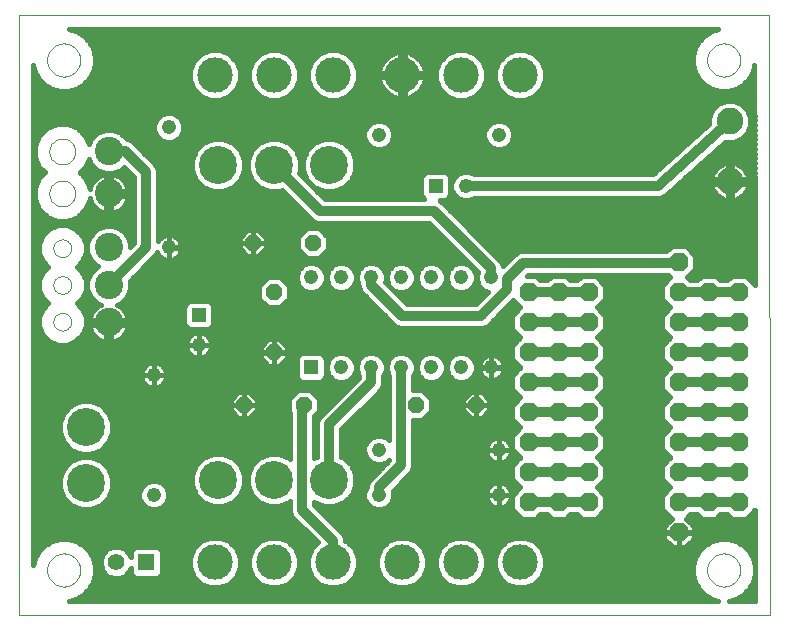
<source format=gtl>
G75*
G70*
%OFA0B0*%
%FSLAX24Y24*%
%IPPOS*%
%LPD*%
%AMOC8*
5,1,8,0,0,1.08239X$1,22.5*
%
%ADD10C,0.0000*%
%ADD11R,0.0476X0.0476*%
%ADD12C,0.0476*%
%ADD13OC8,0.0520*%
%ADD14C,0.1181*%
%ADD15C,0.0554*%
%ADD16R,0.0554X0.0554*%
%ADD17OC8,0.0630*%
%ADD18C,0.1266*%
%ADD19C,0.0945*%
%ADD20C,0.0886*%
%ADD21C,0.0320*%
%ADD22C,0.0160*%
D10*
X000554Y001240D02*
X000554Y021240D01*
X025554Y021240D01*
X025579Y001240D01*
X000554Y001240D01*
X001503Y002740D02*
X001505Y002787D01*
X001511Y002833D01*
X001521Y002879D01*
X001534Y002924D01*
X001552Y002967D01*
X001573Y003009D01*
X001597Y003049D01*
X001625Y003086D01*
X001656Y003121D01*
X001690Y003154D01*
X001726Y003183D01*
X001765Y003209D01*
X001806Y003232D01*
X001849Y003251D01*
X001893Y003267D01*
X001938Y003279D01*
X001984Y003287D01*
X002031Y003291D01*
X002077Y003291D01*
X002124Y003287D01*
X002170Y003279D01*
X002215Y003267D01*
X002259Y003251D01*
X002302Y003232D01*
X002343Y003209D01*
X002382Y003183D01*
X002418Y003154D01*
X002452Y003121D01*
X002483Y003086D01*
X002511Y003049D01*
X002535Y003009D01*
X002556Y002967D01*
X002574Y002924D01*
X002587Y002879D01*
X002597Y002833D01*
X002603Y002787D01*
X002605Y002740D01*
X002603Y002693D01*
X002597Y002647D01*
X002587Y002601D01*
X002574Y002556D01*
X002556Y002513D01*
X002535Y002471D01*
X002511Y002431D01*
X002483Y002394D01*
X002452Y002359D01*
X002418Y002326D01*
X002382Y002297D01*
X002343Y002271D01*
X002302Y002248D01*
X002259Y002229D01*
X002215Y002213D01*
X002170Y002201D01*
X002124Y002193D01*
X002077Y002189D01*
X002031Y002189D01*
X001984Y002193D01*
X001938Y002201D01*
X001893Y002213D01*
X001849Y002229D01*
X001806Y002248D01*
X001765Y002271D01*
X001726Y002297D01*
X001690Y002326D01*
X001656Y002359D01*
X001625Y002394D01*
X001597Y002431D01*
X001573Y002471D01*
X001552Y002513D01*
X001534Y002556D01*
X001521Y002601D01*
X001511Y002647D01*
X001505Y002693D01*
X001503Y002740D01*
X001709Y011015D02*
X001711Y011049D01*
X001717Y011083D01*
X001727Y011116D01*
X001740Y011147D01*
X001758Y011177D01*
X001778Y011205D01*
X001802Y011230D01*
X001828Y011252D01*
X001856Y011270D01*
X001887Y011286D01*
X001919Y011298D01*
X001953Y011306D01*
X001987Y011310D01*
X002021Y011310D01*
X002055Y011306D01*
X002089Y011298D01*
X002121Y011286D01*
X002151Y011270D01*
X002180Y011252D01*
X002206Y011230D01*
X002230Y011205D01*
X002250Y011177D01*
X002268Y011147D01*
X002281Y011116D01*
X002291Y011083D01*
X002297Y011049D01*
X002299Y011015D01*
X002297Y010981D01*
X002291Y010947D01*
X002281Y010914D01*
X002268Y010883D01*
X002250Y010853D01*
X002230Y010825D01*
X002206Y010800D01*
X002180Y010778D01*
X002152Y010760D01*
X002121Y010744D01*
X002089Y010732D01*
X002055Y010724D01*
X002021Y010720D01*
X001987Y010720D01*
X001953Y010724D01*
X001919Y010732D01*
X001887Y010744D01*
X001856Y010760D01*
X001828Y010778D01*
X001802Y010800D01*
X001778Y010825D01*
X001758Y010853D01*
X001740Y010883D01*
X001727Y010914D01*
X001717Y010947D01*
X001711Y010981D01*
X001709Y011015D01*
X001709Y012240D02*
X001711Y012274D01*
X001717Y012308D01*
X001727Y012341D01*
X001740Y012372D01*
X001758Y012402D01*
X001778Y012430D01*
X001802Y012455D01*
X001828Y012477D01*
X001856Y012495D01*
X001887Y012511D01*
X001919Y012523D01*
X001953Y012531D01*
X001987Y012535D01*
X002021Y012535D01*
X002055Y012531D01*
X002089Y012523D01*
X002121Y012511D01*
X002151Y012495D01*
X002180Y012477D01*
X002206Y012455D01*
X002230Y012430D01*
X002250Y012402D01*
X002268Y012372D01*
X002281Y012341D01*
X002291Y012308D01*
X002297Y012274D01*
X002299Y012240D01*
X002297Y012206D01*
X002291Y012172D01*
X002281Y012139D01*
X002268Y012108D01*
X002250Y012078D01*
X002230Y012050D01*
X002206Y012025D01*
X002180Y012003D01*
X002152Y011985D01*
X002121Y011969D01*
X002089Y011957D01*
X002055Y011949D01*
X002021Y011945D01*
X001987Y011945D01*
X001953Y011949D01*
X001919Y011957D01*
X001887Y011969D01*
X001856Y011985D01*
X001828Y012003D01*
X001802Y012025D01*
X001778Y012050D01*
X001758Y012078D01*
X001740Y012108D01*
X001727Y012139D01*
X001717Y012172D01*
X001711Y012206D01*
X001709Y012240D01*
X001709Y013465D02*
X001711Y013499D01*
X001717Y013533D01*
X001727Y013566D01*
X001740Y013597D01*
X001758Y013627D01*
X001778Y013655D01*
X001802Y013680D01*
X001828Y013702D01*
X001856Y013720D01*
X001887Y013736D01*
X001919Y013748D01*
X001953Y013756D01*
X001987Y013760D01*
X002021Y013760D01*
X002055Y013756D01*
X002089Y013748D01*
X002121Y013736D01*
X002151Y013720D01*
X002180Y013702D01*
X002206Y013680D01*
X002230Y013655D01*
X002250Y013627D01*
X002268Y013597D01*
X002281Y013566D01*
X002291Y013533D01*
X002297Y013499D01*
X002299Y013465D01*
X002297Y013431D01*
X002291Y013397D01*
X002281Y013364D01*
X002268Y013333D01*
X002250Y013303D01*
X002230Y013275D01*
X002206Y013250D01*
X002180Y013228D01*
X002152Y013210D01*
X002121Y013194D01*
X002089Y013182D01*
X002055Y013174D01*
X002021Y013170D01*
X001987Y013170D01*
X001953Y013174D01*
X001919Y013182D01*
X001887Y013194D01*
X001856Y013210D01*
X001828Y013228D01*
X001802Y013250D01*
X001778Y013275D01*
X001758Y013303D01*
X001740Y013333D01*
X001727Y013364D01*
X001717Y013397D01*
X001711Y013431D01*
X001709Y013465D01*
X001571Y015290D02*
X001573Y015331D01*
X001579Y015372D01*
X001589Y015412D01*
X001602Y015451D01*
X001619Y015488D01*
X001640Y015524D01*
X001664Y015558D01*
X001691Y015589D01*
X001720Y015617D01*
X001753Y015643D01*
X001787Y015665D01*
X001824Y015684D01*
X001862Y015699D01*
X001902Y015711D01*
X001942Y015719D01*
X001983Y015723D01*
X002025Y015723D01*
X002066Y015719D01*
X002106Y015711D01*
X002146Y015699D01*
X002184Y015684D01*
X002220Y015665D01*
X002255Y015643D01*
X002288Y015617D01*
X002317Y015589D01*
X002344Y015558D01*
X002368Y015524D01*
X002389Y015488D01*
X002406Y015451D01*
X002419Y015412D01*
X002429Y015372D01*
X002435Y015331D01*
X002437Y015290D01*
X002435Y015249D01*
X002429Y015208D01*
X002419Y015168D01*
X002406Y015129D01*
X002389Y015092D01*
X002368Y015056D01*
X002344Y015022D01*
X002317Y014991D01*
X002288Y014963D01*
X002255Y014937D01*
X002221Y014915D01*
X002184Y014896D01*
X002146Y014881D01*
X002106Y014869D01*
X002066Y014861D01*
X002025Y014857D01*
X001983Y014857D01*
X001942Y014861D01*
X001902Y014869D01*
X001862Y014881D01*
X001824Y014896D01*
X001788Y014915D01*
X001753Y014937D01*
X001720Y014963D01*
X001691Y014991D01*
X001664Y015022D01*
X001640Y015056D01*
X001619Y015092D01*
X001602Y015129D01*
X001589Y015168D01*
X001579Y015208D01*
X001573Y015249D01*
X001571Y015290D01*
X001571Y016690D02*
X001573Y016731D01*
X001579Y016772D01*
X001589Y016812D01*
X001602Y016851D01*
X001619Y016888D01*
X001640Y016924D01*
X001664Y016958D01*
X001691Y016989D01*
X001720Y017017D01*
X001753Y017043D01*
X001787Y017065D01*
X001824Y017084D01*
X001862Y017099D01*
X001902Y017111D01*
X001942Y017119D01*
X001983Y017123D01*
X002025Y017123D01*
X002066Y017119D01*
X002106Y017111D01*
X002146Y017099D01*
X002184Y017084D01*
X002220Y017065D01*
X002255Y017043D01*
X002288Y017017D01*
X002317Y016989D01*
X002344Y016958D01*
X002368Y016924D01*
X002389Y016888D01*
X002406Y016851D01*
X002419Y016812D01*
X002429Y016772D01*
X002435Y016731D01*
X002437Y016690D01*
X002435Y016649D01*
X002429Y016608D01*
X002419Y016568D01*
X002406Y016529D01*
X002389Y016492D01*
X002368Y016456D01*
X002344Y016422D01*
X002317Y016391D01*
X002288Y016363D01*
X002255Y016337D01*
X002221Y016315D01*
X002184Y016296D01*
X002146Y016281D01*
X002106Y016269D01*
X002066Y016261D01*
X002025Y016257D01*
X001983Y016257D01*
X001942Y016261D01*
X001902Y016269D01*
X001862Y016281D01*
X001824Y016296D01*
X001788Y016315D01*
X001753Y016337D01*
X001720Y016363D01*
X001691Y016391D01*
X001664Y016422D01*
X001640Y016456D01*
X001619Y016492D01*
X001602Y016529D01*
X001589Y016568D01*
X001579Y016608D01*
X001573Y016649D01*
X001571Y016690D01*
X001503Y019740D02*
X001505Y019787D01*
X001511Y019833D01*
X001521Y019879D01*
X001534Y019924D01*
X001552Y019967D01*
X001573Y020009D01*
X001597Y020049D01*
X001625Y020086D01*
X001656Y020121D01*
X001690Y020154D01*
X001726Y020183D01*
X001765Y020209D01*
X001806Y020232D01*
X001849Y020251D01*
X001893Y020267D01*
X001938Y020279D01*
X001984Y020287D01*
X002031Y020291D01*
X002077Y020291D01*
X002124Y020287D01*
X002170Y020279D01*
X002215Y020267D01*
X002259Y020251D01*
X002302Y020232D01*
X002343Y020209D01*
X002382Y020183D01*
X002418Y020154D01*
X002452Y020121D01*
X002483Y020086D01*
X002511Y020049D01*
X002535Y020009D01*
X002556Y019967D01*
X002574Y019924D01*
X002587Y019879D01*
X002597Y019833D01*
X002603Y019787D01*
X002605Y019740D01*
X002603Y019693D01*
X002597Y019647D01*
X002587Y019601D01*
X002574Y019556D01*
X002556Y019513D01*
X002535Y019471D01*
X002511Y019431D01*
X002483Y019394D01*
X002452Y019359D01*
X002418Y019326D01*
X002382Y019297D01*
X002343Y019271D01*
X002302Y019248D01*
X002259Y019229D01*
X002215Y019213D01*
X002170Y019201D01*
X002124Y019193D01*
X002077Y019189D01*
X002031Y019189D01*
X001984Y019193D01*
X001938Y019201D01*
X001893Y019213D01*
X001849Y019229D01*
X001806Y019248D01*
X001765Y019271D01*
X001726Y019297D01*
X001690Y019326D01*
X001656Y019359D01*
X001625Y019394D01*
X001597Y019431D01*
X001573Y019471D01*
X001552Y019513D01*
X001534Y019556D01*
X001521Y019601D01*
X001511Y019647D01*
X001505Y019693D01*
X001503Y019740D01*
X023503Y019740D02*
X023505Y019787D01*
X023511Y019833D01*
X023521Y019879D01*
X023534Y019924D01*
X023552Y019967D01*
X023573Y020009D01*
X023597Y020049D01*
X023625Y020086D01*
X023656Y020121D01*
X023690Y020154D01*
X023726Y020183D01*
X023765Y020209D01*
X023806Y020232D01*
X023849Y020251D01*
X023893Y020267D01*
X023938Y020279D01*
X023984Y020287D01*
X024031Y020291D01*
X024077Y020291D01*
X024124Y020287D01*
X024170Y020279D01*
X024215Y020267D01*
X024259Y020251D01*
X024302Y020232D01*
X024343Y020209D01*
X024382Y020183D01*
X024418Y020154D01*
X024452Y020121D01*
X024483Y020086D01*
X024511Y020049D01*
X024535Y020009D01*
X024556Y019967D01*
X024574Y019924D01*
X024587Y019879D01*
X024597Y019833D01*
X024603Y019787D01*
X024605Y019740D01*
X024603Y019693D01*
X024597Y019647D01*
X024587Y019601D01*
X024574Y019556D01*
X024556Y019513D01*
X024535Y019471D01*
X024511Y019431D01*
X024483Y019394D01*
X024452Y019359D01*
X024418Y019326D01*
X024382Y019297D01*
X024343Y019271D01*
X024302Y019248D01*
X024259Y019229D01*
X024215Y019213D01*
X024170Y019201D01*
X024124Y019193D01*
X024077Y019189D01*
X024031Y019189D01*
X023984Y019193D01*
X023938Y019201D01*
X023893Y019213D01*
X023849Y019229D01*
X023806Y019248D01*
X023765Y019271D01*
X023726Y019297D01*
X023690Y019326D01*
X023656Y019359D01*
X023625Y019394D01*
X023597Y019431D01*
X023573Y019471D01*
X023552Y019513D01*
X023534Y019556D01*
X023521Y019601D01*
X023511Y019647D01*
X023505Y019693D01*
X023503Y019740D01*
X023503Y002740D02*
X023505Y002787D01*
X023511Y002833D01*
X023521Y002879D01*
X023534Y002924D01*
X023552Y002967D01*
X023573Y003009D01*
X023597Y003049D01*
X023625Y003086D01*
X023656Y003121D01*
X023690Y003154D01*
X023726Y003183D01*
X023765Y003209D01*
X023806Y003232D01*
X023849Y003251D01*
X023893Y003267D01*
X023938Y003279D01*
X023984Y003287D01*
X024031Y003291D01*
X024077Y003291D01*
X024124Y003287D01*
X024170Y003279D01*
X024215Y003267D01*
X024259Y003251D01*
X024302Y003232D01*
X024343Y003209D01*
X024382Y003183D01*
X024418Y003154D01*
X024452Y003121D01*
X024483Y003086D01*
X024511Y003049D01*
X024535Y003009D01*
X024556Y002967D01*
X024574Y002924D01*
X024587Y002879D01*
X024597Y002833D01*
X024603Y002787D01*
X024605Y002740D01*
X024603Y002693D01*
X024597Y002647D01*
X024587Y002601D01*
X024574Y002556D01*
X024556Y002513D01*
X024535Y002471D01*
X024511Y002431D01*
X024483Y002394D01*
X024452Y002359D01*
X024418Y002326D01*
X024382Y002297D01*
X024343Y002271D01*
X024302Y002248D01*
X024259Y002229D01*
X024215Y002213D01*
X024170Y002201D01*
X024124Y002193D01*
X024077Y002189D01*
X024031Y002189D01*
X023984Y002193D01*
X023938Y002201D01*
X023893Y002213D01*
X023849Y002229D01*
X023806Y002248D01*
X023765Y002271D01*
X023726Y002297D01*
X023690Y002326D01*
X023656Y002359D01*
X023625Y002394D01*
X023597Y002431D01*
X023573Y002471D01*
X023552Y002513D01*
X023534Y002556D01*
X023521Y002601D01*
X023511Y002647D01*
X023505Y002693D01*
X023503Y002740D01*
D11*
X010304Y009490D03*
X006554Y011240D03*
X014454Y015540D03*
D12*
X015454Y015540D03*
X016554Y017240D03*
X012554Y017240D03*
X012304Y012490D03*
X011304Y012490D03*
X010304Y012490D03*
X013304Y012490D03*
X014304Y012490D03*
X015304Y012490D03*
X016304Y012490D03*
X016304Y009490D03*
X015304Y009490D03*
X014304Y009490D03*
X013304Y009490D03*
X012304Y009490D03*
X011304Y009490D03*
X012554Y006740D03*
X012554Y005240D03*
X016554Y005240D03*
X016554Y006740D03*
X006554Y010240D03*
X005054Y009240D03*
X005054Y005240D03*
X005554Y013490D03*
X005554Y017490D03*
D13*
X008354Y013640D03*
X010354Y013640D03*
X009054Y011990D03*
X009054Y009990D03*
X008054Y008240D03*
X010054Y008240D03*
X013804Y008240D03*
X015804Y008240D03*
D14*
X015304Y002990D03*
X017273Y002990D03*
X013336Y002990D03*
X011023Y002990D03*
X009054Y002990D03*
X007086Y002990D03*
X007086Y019240D03*
X009054Y019240D03*
X011023Y019240D03*
X013336Y019240D03*
X015304Y019240D03*
X017273Y019240D03*
D15*
X003804Y002990D03*
D16*
X004804Y002990D03*
D17*
X017554Y004990D03*
X017554Y005990D03*
X018554Y005990D03*
X019554Y005990D03*
X019554Y004990D03*
X018554Y004990D03*
X018554Y006990D03*
X019554Y006990D03*
X019554Y007990D03*
X018554Y007990D03*
X017554Y007990D03*
X017554Y006990D03*
X017554Y008990D03*
X017554Y009990D03*
X018554Y009990D03*
X019554Y009990D03*
X019554Y008990D03*
X018554Y008990D03*
X018554Y010990D03*
X019554Y010990D03*
X019554Y011990D03*
X018554Y011990D03*
X017554Y011990D03*
X017554Y010990D03*
X022554Y010990D03*
X023554Y010990D03*
X023554Y011990D03*
X022554Y011990D03*
X022554Y012990D03*
X024554Y011990D03*
X024554Y010990D03*
X024554Y009990D03*
X023554Y009990D03*
X022554Y009990D03*
X022554Y008990D03*
X023554Y008990D03*
X024554Y008990D03*
X024554Y007990D03*
X023554Y007990D03*
X022554Y007990D03*
X022554Y006990D03*
X023554Y006990D03*
X024554Y006990D03*
X024554Y005990D03*
X023554Y005990D03*
X022554Y005990D03*
X022554Y004990D03*
X023554Y004990D03*
X024554Y004990D03*
X022554Y003990D03*
D18*
X010905Y005740D03*
X009054Y005740D03*
X007204Y005740D03*
X002804Y005639D03*
X002804Y007490D03*
X007204Y016240D03*
X009054Y016240D03*
X010905Y016240D03*
D19*
X003554Y016690D03*
X003554Y015290D03*
X003554Y013490D03*
X003554Y012240D03*
X003554Y010990D03*
D20*
X024254Y015690D03*
X024254Y017690D03*
D21*
X021854Y015540D01*
X015454Y015540D01*
X014379Y014715D02*
X010579Y014715D01*
X009054Y016240D01*
X004804Y015990D02*
X004804Y013490D01*
X003554Y012240D01*
X004804Y015990D02*
X004104Y016690D01*
X003554Y016690D01*
X012304Y012490D02*
X012304Y012240D01*
X013329Y011215D01*
X015954Y011215D01*
X016829Y012090D01*
X016829Y012440D01*
X017004Y012615D01*
X017179Y012790D01*
X017354Y012965D01*
X022529Y012965D01*
X022554Y012990D01*
X022554Y011990D02*
X023554Y011990D01*
X024554Y011990D01*
X024554Y010990D02*
X023554Y010990D01*
X022554Y010990D01*
X022554Y009990D02*
X023554Y009990D01*
X024554Y009990D01*
X024554Y008990D02*
X023554Y008990D01*
X022554Y008990D01*
X022554Y007990D02*
X023554Y007990D01*
X024554Y007990D01*
X024554Y006990D02*
X023554Y006990D01*
X022554Y006990D01*
X022554Y005990D02*
X023554Y005990D01*
X024554Y005990D01*
X024554Y004990D02*
X023554Y004990D01*
X022554Y004990D01*
X019554Y004990D02*
X018554Y004990D01*
X019554Y004990D01*
X018554Y004990D02*
X017554Y004990D01*
X017554Y005990D02*
X018554Y005990D01*
X019554Y005990D01*
X019554Y006990D02*
X018554Y006990D01*
X017554Y006990D01*
X017554Y007990D02*
X018554Y007990D01*
X019554Y007990D01*
X019554Y008990D02*
X018554Y008990D01*
X017554Y008990D01*
X017554Y009990D02*
X018554Y009990D01*
X019554Y009990D01*
X019554Y010990D02*
X018554Y010990D01*
X017554Y010990D01*
X017554Y011990D02*
X018554Y011990D01*
X019554Y011990D01*
X016304Y012490D02*
X016304Y012790D01*
X014379Y014715D01*
X013304Y009490D02*
X013304Y006240D01*
X012554Y005490D01*
X012554Y005240D01*
X010905Y005740D02*
X010905Y007590D01*
X012304Y008990D01*
X012304Y009490D01*
X010054Y008240D02*
X010004Y008190D01*
X010004Y004740D01*
X011023Y003721D01*
X011023Y002990D01*
D22*
X011793Y003301D02*
X012566Y003301D01*
X012505Y003155D02*
X012505Y002824D01*
X012632Y002519D01*
X012865Y002286D01*
X013171Y002159D01*
X013501Y002159D01*
X013806Y002286D01*
X014040Y002519D01*
X014166Y002824D01*
X014166Y003155D01*
X014040Y003460D01*
X013806Y003694D01*
X013501Y003820D01*
X013171Y003820D01*
X012865Y003694D01*
X012632Y003460D01*
X012505Y003155D01*
X012505Y003142D02*
X011853Y003142D01*
X011853Y003155D02*
X011727Y003460D01*
X011493Y003694D01*
X011423Y003723D01*
X011423Y003801D01*
X011362Y003948D01*
X010404Y004905D01*
X010404Y005005D01*
X010410Y005000D01*
X010731Y004867D01*
X011078Y004867D01*
X011399Y005000D01*
X011645Y005245D01*
X011778Y005566D01*
X011778Y005913D01*
X011645Y006234D01*
X011399Y006480D01*
X011305Y006519D01*
X011305Y007424D01*
X012531Y008651D01*
X012643Y008763D01*
X012704Y008910D01*
X012704Y009214D01*
X012709Y009219D01*
X012782Y009395D01*
X012782Y009585D01*
X012709Y009760D01*
X012575Y009895D01*
X012399Y009967D01*
X012209Y009967D01*
X012034Y009895D01*
X011899Y009760D01*
X011827Y009585D01*
X011827Y009395D01*
X011899Y009219D01*
X011904Y009214D01*
X011904Y009155D01*
X010566Y007817D01*
X010505Y007670D01*
X010505Y007510D01*
X010505Y006519D01*
X010410Y006480D01*
X010404Y006474D01*
X010404Y007883D01*
X010554Y008033D01*
X010554Y008447D01*
X010261Y008740D01*
X009847Y008740D01*
X009554Y008447D01*
X009554Y008033D01*
X009604Y007983D01*
X009604Y006424D01*
X009549Y006480D01*
X009228Y006613D01*
X008881Y006613D01*
X008560Y006480D01*
X008314Y006234D01*
X008181Y005913D01*
X008181Y005566D01*
X008314Y005245D01*
X008560Y005000D01*
X008881Y004867D01*
X009228Y004867D01*
X009549Y005000D01*
X009604Y005055D01*
X009604Y004660D01*
X009665Y004513D01*
X009778Y004401D01*
X010519Y003660D01*
X010319Y003460D01*
X010192Y003155D01*
X010192Y002824D01*
X010319Y002519D01*
X010552Y002286D01*
X010858Y002159D01*
X011188Y002159D01*
X011493Y002286D01*
X011727Y002519D01*
X011853Y002824D01*
X011853Y003155D01*
X011853Y002984D02*
X012505Y002984D01*
X012505Y002825D02*
X011853Y002825D01*
X011788Y002667D02*
X012571Y002667D01*
X012643Y002508D02*
X011716Y002508D01*
X011557Y002349D02*
X012801Y002349D01*
X013094Y002191D02*
X011265Y002191D01*
X010781Y002191D02*
X009296Y002191D01*
X009220Y002159D02*
X009525Y002286D01*
X009758Y002519D01*
X009885Y002824D01*
X009885Y003155D01*
X009758Y003460D01*
X009525Y003694D01*
X009220Y003820D01*
X008889Y003820D01*
X008584Y003694D01*
X008350Y003460D01*
X008224Y003155D01*
X008224Y002824D01*
X008350Y002519D01*
X008584Y002286D01*
X008889Y002159D01*
X009220Y002159D01*
X009589Y002349D02*
X010488Y002349D01*
X010330Y002508D02*
X009747Y002508D01*
X009819Y002667D02*
X010258Y002667D01*
X010192Y002825D02*
X009885Y002825D01*
X009885Y002984D02*
X010192Y002984D01*
X010192Y003142D02*
X009885Y003142D01*
X009824Y003301D02*
X010253Y003301D01*
X010318Y003459D02*
X009759Y003459D01*
X009601Y003618D02*
X010476Y003618D01*
X010402Y003776D02*
X009325Y003776D01*
X008783Y003776D02*
X007357Y003776D01*
X007251Y003820D02*
X006921Y003820D01*
X006615Y003694D01*
X006382Y003460D01*
X006255Y003155D01*
X006255Y002824D01*
X006382Y002519D01*
X006615Y002286D01*
X006921Y002159D01*
X007251Y002159D01*
X007556Y002286D01*
X007790Y002519D01*
X007916Y002824D01*
X007916Y003155D01*
X007790Y003460D01*
X007556Y003694D01*
X007251Y003820D01*
X007632Y003618D02*
X008508Y003618D01*
X008350Y003459D02*
X007790Y003459D01*
X007856Y003301D02*
X008284Y003301D01*
X008224Y003142D02*
X007916Y003142D01*
X007916Y002984D02*
X008224Y002984D01*
X008224Y002825D02*
X007916Y002825D01*
X007851Y002667D02*
X008289Y002667D01*
X008361Y002508D02*
X007779Y002508D01*
X007620Y002349D02*
X008520Y002349D01*
X008812Y002191D02*
X007328Y002191D01*
X006844Y002191D02*
X002928Y002191D01*
X002879Y002106D02*
X003015Y002342D01*
X003085Y002604D01*
X003085Y002875D01*
X003015Y003138D01*
X002879Y003373D01*
X002687Y003565D01*
X002452Y003701D01*
X002190Y003771D01*
X001919Y003771D01*
X001656Y003701D01*
X001421Y003565D01*
X001229Y003373D01*
X001093Y003138D01*
X001034Y002917D01*
X001034Y019562D01*
X001093Y019342D01*
X001229Y019106D01*
X001421Y018915D01*
X001656Y018779D01*
X001919Y018709D01*
X002190Y018709D01*
X002452Y018779D01*
X002687Y018915D01*
X002879Y019106D01*
X003015Y019342D01*
X003085Y019604D01*
X003085Y019875D01*
X003015Y020138D01*
X002879Y020373D01*
X002687Y020565D01*
X002452Y020701D01*
X002231Y020760D01*
X023877Y020760D01*
X023656Y020701D01*
X023421Y020565D01*
X023229Y020373D01*
X023093Y020138D01*
X023023Y019875D01*
X023023Y019604D01*
X023093Y019342D01*
X023229Y019106D01*
X023421Y018915D01*
X023656Y018779D01*
X023919Y018709D01*
X024190Y018709D01*
X024452Y018779D01*
X024687Y018915D01*
X024879Y019106D01*
X025015Y019342D01*
X025076Y019570D01*
X025086Y012243D01*
X024784Y012545D01*
X024324Y012545D01*
X024169Y012390D01*
X023939Y012390D01*
X023784Y012545D01*
X023324Y012545D01*
X023169Y012390D01*
X022939Y012390D01*
X022839Y012490D01*
X023109Y012760D01*
X023109Y013220D01*
X022784Y013545D01*
X022324Y013545D01*
X022144Y013365D01*
X017275Y013365D01*
X017128Y013304D01*
X017015Y013191D01*
X016840Y013016D01*
X016701Y012877D01*
X016643Y013016D01*
X014718Y014941D01*
X014606Y015054D01*
X014586Y015062D01*
X014740Y015062D01*
X014828Y015098D01*
X014896Y015166D01*
X014932Y015254D01*
X014932Y015825D01*
X014896Y015913D01*
X014828Y015981D01*
X014740Y016017D01*
X014169Y016017D01*
X014081Y015981D01*
X014013Y015913D01*
X013977Y015825D01*
X013977Y015254D01*
X014013Y015166D01*
X014064Y015115D01*
X010745Y015115D01*
X009888Y015971D01*
X009927Y016066D01*
X009927Y016413D01*
X009794Y016734D01*
X009549Y016980D01*
X009228Y017113D01*
X008881Y017113D01*
X008560Y016980D01*
X008314Y016734D01*
X008181Y016413D01*
X008181Y016066D01*
X008314Y015745D01*
X008560Y015500D01*
X008881Y015367D01*
X009228Y015367D01*
X009323Y015406D01*
X010353Y014376D01*
X010500Y014315D01*
X010659Y014315D01*
X014214Y014315D01*
X015861Y012667D01*
X015827Y012585D01*
X015827Y012395D01*
X015899Y012219D01*
X016034Y012085D01*
X016193Y012019D01*
X015789Y011615D01*
X013495Y011615D01*
X012762Y012347D01*
X012782Y012395D01*
X012782Y012585D01*
X012709Y012760D01*
X012575Y012895D01*
X012399Y012967D01*
X012209Y012967D01*
X012034Y012895D01*
X011899Y012760D01*
X011827Y012585D01*
X011827Y012395D01*
X011899Y012219D01*
X011904Y012214D01*
X011904Y012160D01*
X011965Y012013D01*
X012990Y010988D01*
X013103Y010876D01*
X013250Y010815D01*
X015875Y010815D01*
X016034Y010815D01*
X016181Y010876D01*
X017032Y011727D01*
X017269Y011490D01*
X016999Y011220D01*
X016999Y010760D01*
X017269Y010490D01*
X016999Y010220D01*
X016999Y009760D01*
X017269Y009490D01*
X016999Y009220D01*
X016999Y008760D01*
X017269Y008490D01*
X016999Y008220D01*
X016999Y007760D01*
X017269Y007490D01*
X016999Y007220D01*
X016999Y006760D01*
X017269Y006490D01*
X016999Y006220D01*
X016999Y005760D01*
X017269Y005490D01*
X016999Y005220D01*
X016999Y004760D01*
X017324Y004435D01*
X017784Y004435D01*
X017939Y004590D01*
X018169Y004590D01*
X018324Y004435D01*
X018784Y004435D01*
X018939Y004590D01*
X019169Y004590D01*
X019324Y004435D01*
X019784Y004435D01*
X020109Y004760D01*
X020109Y005220D01*
X019839Y005490D01*
X020109Y005760D01*
X020109Y006220D01*
X019839Y006490D01*
X020109Y006760D01*
X020109Y007220D01*
X019839Y007490D01*
X020109Y007760D01*
X020109Y008220D01*
X019839Y008490D01*
X020109Y008760D01*
X020109Y009220D01*
X019839Y009490D01*
X020109Y009760D01*
X020109Y010220D01*
X019839Y010490D01*
X020109Y010760D01*
X020109Y011220D01*
X019839Y011490D01*
X020109Y011760D01*
X020109Y012220D01*
X019784Y012545D01*
X019324Y012545D01*
X019169Y012390D01*
X018939Y012390D01*
X018784Y012545D01*
X018324Y012545D01*
X018169Y012390D01*
X017939Y012390D01*
X017784Y012545D01*
X017500Y012545D01*
X017520Y012565D01*
X022194Y012565D01*
X022269Y012490D01*
X021999Y012220D01*
X021999Y011760D01*
X022269Y011490D01*
X021999Y011220D01*
X021999Y010760D01*
X022269Y010490D01*
X021999Y010220D01*
X021999Y009760D01*
X022269Y009490D01*
X021999Y009220D01*
X021999Y008760D01*
X022269Y008490D01*
X021999Y008220D01*
X021999Y007760D01*
X022269Y007490D01*
X021999Y007220D01*
X021999Y006760D01*
X022269Y006490D01*
X021999Y006220D01*
X021999Y005760D01*
X022269Y005490D01*
X021999Y005220D01*
X021999Y004760D01*
X022312Y004447D01*
X022059Y004195D01*
X022059Y003990D01*
X022554Y003990D01*
X022554Y003989D01*
X022554Y003989D01*
X022554Y003495D01*
X022349Y003495D01*
X022059Y003785D01*
X022059Y003989D01*
X022554Y003989D01*
X022554Y003495D01*
X022759Y003495D01*
X023049Y003785D01*
X023049Y003989D01*
X022555Y003989D01*
X022555Y003990D01*
X023049Y003990D01*
X023049Y004195D01*
X022797Y004447D01*
X022939Y004590D01*
X023169Y004590D01*
X023324Y004435D01*
X023784Y004435D01*
X023939Y004590D01*
X024169Y004590D01*
X024324Y004435D01*
X024784Y004435D01*
X025095Y004746D01*
X025099Y001720D01*
X024231Y001720D01*
X024452Y001779D01*
X024687Y001915D01*
X024879Y002106D01*
X025015Y002342D01*
X025085Y002604D01*
X025085Y002875D01*
X025015Y003138D01*
X024879Y003373D01*
X024687Y003565D01*
X024452Y003701D01*
X024190Y003771D01*
X023919Y003771D01*
X023656Y003701D01*
X023421Y003565D01*
X023229Y003373D01*
X023093Y003138D01*
X023023Y002875D01*
X023023Y002604D01*
X023093Y002342D01*
X023229Y002106D01*
X023421Y001915D01*
X023656Y001779D01*
X023877Y001720D01*
X002231Y001720D01*
X002452Y001779D01*
X002687Y001915D01*
X002879Y002106D01*
X002805Y002032D02*
X023303Y002032D01*
X023180Y002191D02*
X017515Y002191D01*
X017438Y002159D02*
X017743Y002286D01*
X017977Y002519D01*
X018103Y002824D01*
X018103Y003155D01*
X017977Y003460D01*
X017743Y003694D01*
X017438Y003820D01*
X017108Y003820D01*
X016802Y003694D01*
X016569Y003460D01*
X016442Y003155D01*
X016442Y002824D01*
X016569Y002519D01*
X016802Y002286D01*
X017108Y002159D01*
X017438Y002159D01*
X017031Y002191D02*
X015546Y002191D01*
X015470Y002159D02*
X015775Y002286D01*
X016008Y002519D01*
X016135Y002824D01*
X016135Y003155D01*
X016008Y003460D01*
X015775Y003694D01*
X015470Y003820D01*
X015139Y003820D01*
X014834Y003694D01*
X014600Y003460D01*
X014474Y003155D01*
X014474Y002824D01*
X014600Y002519D01*
X014834Y002286D01*
X015139Y002159D01*
X015470Y002159D01*
X015062Y002191D02*
X013578Y002191D01*
X013870Y002349D02*
X014770Y002349D01*
X014611Y002508D02*
X014029Y002508D01*
X014101Y002667D02*
X014539Y002667D01*
X014474Y002825D02*
X014166Y002825D01*
X014166Y002984D02*
X014474Y002984D01*
X014474Y003142D02*
X014166Y003142D01*
X014106Y003301D02*
X014534Y003301D01*
X014600Y003459D02*
X014040Y003459D01*
X013882Y003618D02*
X014758Y003618D01*
X015033Y003776D02*
X013607Y003776D01*
X013065Y003776D02*
X011423Y003776D01*
X011367Y003935D02*
X022059Y003935D01*
X022059Y004093D02*
X011216Y004093D01*
X011058Y004252D02*
X022117Y004252D01*
X022275Y004411D02*
X010899Y004411D01*
X010741Y004569D02*
X017190Y004569D01*
X017031Y004728D02*
X010582Y004728D01*
X010684Y004886D02*
X010423Y004886D01*
X009926Y004252D02*
X001034Y004252D01*
X001034Y004411D02*
X009768Y004411D01*
X009642Y004569D02*
X001034Y004569D01*
X001034Y004728D02*
X009604Y004728D01*
X009604Y004886D02*
X009275Y004886D01*
X009594Y005045D02*
X009604Y005045D01*
X008833Y004886D02*
X007425Y004886D01*
X007378Y004867D02*
X007698Y005000D01*
X007944Y005245D01*
X008077Y005566D01*
X008077Y005913D01*
X007944Y006234D01*
X007698Y006480D01*
X007378Y006613D01*
X007030Y006613D01*
X006709Y006480D01*
X006464Y006234D01*
X006331Y005913D01*
X006331Y005566D01*
X006464Y005245D01*
X006709Y005000D01*
X007030Y004867D01*
X007378Y004867D01*
X006983Y004886D02*
X005377Y004886D01*
X005325Y004835D02*
X005459Y004969D01*
X005532Y005145D01*
X005532Y005335D01*
X005459Y005510D01*
X005325Y005645D01*
X005149Y005717D01*
X004959Y005717D01*
X004784Y005645D01*
X004649Y005510D01*
X004577Y005335D01*
X004577Y005145D01*
X004649Y004969D01*
X004784Y004835D01*
X004959Y004762D01*
X005149Y004762D01*
X005325Y004835D01*
X005491Y005045D02*
X006664Y005045D01*
X006506Y005203D02*
X005532Y005203D01*
X005521Y005362D02*
X006415Y005362D01*
X006350Y005520D02*
X005449Y005520D01*
X005242Y005679D02*
X006331Y005679D01*
X006331Y005837D02*
X003667Y005837D01*
X003677Y005813D02*
X003544Y006134D01*
X003299Y006379D01*
X002978Y006512D01*
X002631Y006512D01*
X002310Y006379D01*
X002064Y006134D01*
X001931Y005813D01*
X001931Y005466D01*
X002064Y005145D01*
X002310Y004899D01*
X002631Y004766D01*
X002978Y004766D01*
X003299Y004899D01*
X003544Y005145D01*
X003677Y005466D01*
X003677Y005813D01*
X003677Y005679D02*
X004866Y005679D01*
X004659Y005520D02*
X003677Y005520D01*
X003634Y005362D02*
X004588Y005362D01*
X004577Y005203D02*
X003569Y005203D01*
X003444Y005045D02*
X004618Y005045D01*
X004732Y004886D02*
X003268Y004886D01*
X002341Y004886D02*
X001034Y004886D01*
X001034Y005045D02*
X002164Y005045D01*
X002040Y005203D02*
X001034Y005203D01*
X001034Y005362D02*
X001974Y005362D01*
X001931Y005520D02*
X001034Y005520D01*
X001034Y005679D02*
X001931Y005679D01*
X001941Y005837D02*
X001034Y005837D01*
X001034Y005996D02*
X002007Y005996D01*
X002085Y006155D02*
X001034Y006155D01*
X001034Y006313D02*
X002243Y006313D01*
X002532Y006472D02*
X001034Y006472D01*
X001034Y006630D02*
X002598Y006630D01*
X002631Y006617D02*
X002978Y006617D01*
X003299Y006750D01*
X003544Y006995D01*
X003677Y007316D01*
X003677Y007663D01*
X003544Y007984D01*
X003299Y008230D01*
X002978Y008363D01*
X002631Y008363D01*
X002310Y008230D01*
X002064Y007984D01*
X001931Y007663D01*
X001931Y007316D01*
X002064Y006995D01*
X002310Y006750D01*
X002631Y006617D01*
X002271Y006789D02*
X001034Y006789D01*
X001034Y006947D02*
X002112Y006947D01*
X002018Y007106D02*
X001034Y007106D01*
X001034Y007264D02*
X001953Y007264D01*
X001931Y007423D02*
X001034Y007423D01*
X001034Y007581D02*
X001931Y007581D01*
X001963Y007740D02*
X001034Y007740D01*
X001034Y007899D02*
X002029Y007899D01*
X002137Y008057D02*
X001034Y008057D01*
X001034Y008216D02*
X002296Y008216D01*
X003313Y008216D02*
X007614Y008216D01*
X007614Y008239D02*
X007614Y008057D01*
X007872Y007800D01*
X008054Y007800D01*
X008054Y008239D01*
X008054Y008239D01*
X007614Y008239D01*
X007614Y008240D02*
X008054Y008240D01*
X008054Y008680D01*
X007872Y008680D01*
X007614Y008422D01*
X007614Y008240D01*
X007614Y008374D02*
X001034Y008374D01*
X001034Y008533D02*
X007725Y008533D01*
X008054Y008533D02*
X008054Y008533D01*
X008054Y008680D02*
X008054Y008240D01*
X008054Y008240D01*
X008054Y008239D01*
X008054Y007800D01*
X008237Y007800D01*
X008494Y008057D01*
X009554Y008057D01*
X009554Y008216D02*
X008494Y008216D01*
X008494Y008239D02*
X008494Y008057D01*
X008494Y008239D02*
X008055Y008239D01*
X008055Y008240D01*
X008494Y008240D01*
X008494Y008422D01*
X008237Y008680D01*
X008054Y008680D01*
X008384Y008533D02*
X009640Y008533D01*
X009554Y008374D02*
X008494Y008374D01*
X008054Y008374D02*
X008054Y008374D01*
X008054Y008216D02*
X008054Y008216D01*
X008054Y008057D02*
X008054Y008057D01*
X008054Y007899D02*
X008054Y007899D01*
X008335Y007899D02*
X009604Y007899D01*
X009604Y007740D02*
X003646Y007740D01*
X003677Y007581D02*
X009604Y007581D01*
X009604Y007423D02*
X003677Y007423D01*
X003656Y007264D02*
X009604Y007264D01*
X009604Y007106D02*
X003590Y007106D01*
X003497Y006947D02*
X009604Y006947D01*
X009604Y006789D02*
X003338Y006789D01*
X003011Y006630D02*
X009604Y006630D01*
X009604Y006472D02*
X009557Y006472D01*
X010404Y006630D02*
X010505Y006630D01*
X010505Y006789D02*
X010404Y006789D01*
X010404Y006947D02*
X010505Y006947D01*
X010505Y007106D02*
X010404Y007106D01*
X010404Y007264D02*
X010505Y007264D01*
X010505Y007423D02*
X010404Y007423D01*
X010404Y007581D02*
X010505Y007581D01*
X010534Y007740D02*
X010404Y007740D01*
X010420Y007899D02*
X010647Y007899D01*
X010554Y008057D02*
X010806Y008057D01*
X010965Y008216D02*
X010554Y008216D01*
X010554Y008374D02*
X011123Y008374D01*
X011282Y008533D02*
X010468Y008533D01*
X010310Y008691D02*
X011440Y008691D01*
X011599Y008850D02*
X005206Y008850D01*
X005215Y008852D02*
X005273Y008882D01*
X005326Y008921D01*
X005373Y008967D01*
X005412Y009021D01*
X005441Y009079D01*
X005462Y009142D01*
X005472Y009207D01*
X005472Y009239D01*
X005055Y009239D01*
X005055Y009240D01*
X005472Y009240D01*
X005472Y009273D01*
X005462Y009338D01*
X005441Y009400D01*
X005412Y009459D01*
X005373Y009512D01*
X005326Y009558D01*
X005273Y009597D01*
X005215Y009627D01*
X005152Y009647D01*
X005087Y009657D01*
X005054Y009657D01*
X005021Y009657D01*
X004956Y009647D01*
X004894Y009627D01*
X004835Y009597D01*
X004782Y009558D01*
X004736Y009512D01*
X004697Y009459D01*
X004667Y009400D01*
X004647Y009338D01*
X004637Y009273D01*
X004637Y009240D01*
X005054Y009240D01*
X005054Y009657D01*
X005054Y009240D01*
X005054Y009240D01*
X005054Y009239D01*
X005054Y009239D01*
X005054Y008822D01*
X005021Y008822D01*
X004956Y008832D01*
X004894Y008852D01*
X004835Y008882D01*
X004782Y008921D01*
X004736Y008967D01*
X004697Y009021D01*
X004667Y009079D01*
X004647Y009142D01*
X004637Y009207D01*
X004637Y009239D01*
X005054Y009239D01*
X005054Y008822D01*
X005087Y008822D01*
X005152Y008832D01*
X005215Y008852D01*
X005054Y008850D02*
X005054Y008850D01*
X004902Y008850D02*
X001034Y008850D01*
X001034Y009008D02*
X004706Y009008D01*
X004643Y009167D02*
X001034Y009167D01*
X001034Y009325D02*
X004645Y009325D01*
X004715Y009484D02*
X001034Y009484D01*
X001034Y009642D02*
X004942Y009642D01*
X005054Y009642D02*
X005054Y009642D01*
X005167Y009642D02*
X008779Y009642D01*
X008872Y009550D02*
X008614Y009807D01*
X008614Y009989D01*
X009054Y009989D01*
X009054Y009989D01*
X009054Y009550D01*
X008872Y009550D01*
X009054Y009550D02*
X009237Y009550D01*
X009494Y009807D01*
X009494Y009989D01*
X009055Y009989D01*
X009055Y009990D01*
X009494Y009990D01*
X009494Y010172D01*
X009237Y010430D01*
X009054Y010430D01*
X008872Y010430D01*
X008614Y010172D01*
X008614Y009990D01*
X009054Y009990D01*
X009054Y010430D01*
X009054Y009990D01*
X009054Y009990D01*
X009054Y009989D01*
X009054Y009550D01*
X009054Y009642D02*
X009054Y009642D01*
X009054Y009801D02*
X009054Y009801D01*
X009054Y009960D02*
X009054Y009960D01*
X009054Y010118D02*
X009054Y010118D01*
X009054Y010277D02*
X009054Y010277D01*
X008719Y010277D02*
X006971Y010277D01*
X006972Y010273D02*
X006962Y010338D01*
X006941Y010400D01*
X006912Y010459D01*
X006873Y010512D01*
X006826Y010558D01*
X006773Y010597D01*
X006715Y010627D01*
X006652Y010647D01*
X006587Y010657D01*
X006554Y010657D01*
X006521Y010657D01*
X006456Y010647D01*
X006394Y010627D01*
X006335Y010597D01*
X006282Y010558D01*
X006236Y010512D01*
X006197Y010459D01*
X006167Y010400D01*
X006147Y010338D01*
X006137Y010273D01*
X006137Y010240D01*
X006554Y010240D01*
X006554Y010657D01*
X006554Y010240D01*
X006554Y010240D01*
X006554Y010239D01*
X006554Y010239D01*
X006554Y009822D01*
X006521Y009822D01*
X006456Y009832D01*
X006394Y009852D01*
X006335Y009882D01*
X006282Y009921D01*
X006236Y009967D01*
X006197Y010021D01*
X006167Y010079D01*
X006147Y010142D01*
X006137Y010207D01*
X006137Y010239D01*
X006554Y010239D01*
X006554Y009822D01*
X006587Y009822D01*
X006652Y009832D01*
X006715Y009852D01*
X006773Y009882D01*
X006826Y009921D01*
X006873Y009967D01*
X006912Y010021D01*
X006941Y010079D01*
X006962Y010142D01*
X006972Y010207D01*
X006972Y010239D01*
X006555Y010239D01*
X006555Y010240D01*
X006972Y010240D01*
X006972Y010273D01*
X006954Y010118D02*
X008614Y010118D01*
X008614Y009960D02*
X006865Y009960D01*
X006554Y009960D02*
X006554Y009960D01*
X006554Y010118D02*
X006554Y010118D01*
X006554Y010277D02*
X006554Y010277D01*
X006554Y010435D02*
X006554Y010435D01*
X006554Y010594D02*
X006554Y010594D01*
X006331Y010594D02*
X004073Y010594D01*
X004098Y010626D02*
X004141Y010700D01*
X004173Y010779D01*
X004196Y010862D01*
X004202Y010912D01*
X003632Y010912D01*
X003632Y011067D01*
X004202Y011067D01*
X004196Y011117D01*
X004173Y011200D01*
X004141Y011279D01*
X004098Y011353D01*
X004046Y011421D01*
X003985Y011481D01*
X003918Y011533D01*
X003844Y011576D01*
X003829Y011582D01*
X003958Y011636D01*
X004158Y011836D01*
X004267Y012098D01*
X004267Y012381D01*
X004265Y012385D01*
X005143Y013263D01*
X005169Y013325D01*
X005197Y013271D01*
X005236Y013217D01*
X005282Y013171D01*
X005335Y013132D01*
X005394Y013102D01*
X005456Y013082D01*
X005521Y013072D01*
X005554Y013072D01*
X005554Y013489D01*
X005554Y013489D01*
X005554Y013072D01*
X005587Y013072D01*
X005652Y013082D01*
X005715Y013102D01*
X005773Y013132D01*
X005826Y013171D01*
X005873Y013217D01*
X005912Y013271D01*
X005941Y013329D01*
X005962Y013392D01*
X005972Y013457D01*
X005972Y013489D01*
X005555Y013489D01*
X005555Y013490D01*
X005972Y013490D01*
X005972Y013523D01*
X005962Y013588D01*
X005941Y013650D01*
X005912Y013709D01*
X005873Y013762D01*
X005826Y013808D01*
X005773Y013847D01*
X005715Y013877D01*
X005652Y013897D01*
X005587Y013907D01*
X005554Y013907D01*
X005521Y013907D01*
X005456Y013897D01*
X005394Y013877D01*
X005335Y013847D01*
X005282Y013808D01*
X005236Y013762D01*
X005204Y013719D01*
X005204Y016069D01*
X005143Y016216D01*
X005031Y016329D01*
X004331Y017029D01*
X004184Y017090D01*
X004160Y017090D01*
X004158Y017093D01*
X003958Y017294D01*
X003696Y017402D01*
X003413Y017402D01*
X003151Y017294D01*
X002950Y017093D01*
X002888Y016942D01*
X002778Y017207D01*
X002522Y017464D01*
X002186Y017603D01*
X001823Y017603D01*
X001487Y017464D01*
X001230Y017207D01*
X001091Y016871D01*
X001091Y016508D01*
X001230Y016172D01*
X001413Y015990D01*
X001230Y015807D01*
X001091Y015471D01*
X001091Y015108D01*
X001230Y014772D01*
X001487Y014516D01*
X001823Y014377D01*
X002186Y014377D01*
X002522Y014516D01*
X002778Y014772D01*
X002917Y015108D01*
X002917Y015146D01*
X002935Y015079D01*
X002968Y015000D01*
X003011Y014926D01*
X003063Y014859D01*
X003123Y014798D01*
X003191Y014746D01*
X003265Y014703D01*
X003344Y014671D01*
X003427Y014648D01*
X003477Y014642D01*
X003477Y015212D01*
X003632Y015212D01*
X003632Y015367D01*
X004202Y015367D01*
X004196Y015417D01*
X004173Y015500D01*
X004141Y015579D01*
X004098Y015653D01*
X004046Y015721D01*
X003985Y015781D01*
X003918Y015833D01*
X003844Y015876D01*
X003764Y015909D01*
X003682Y015931D01*
X003632Y015937D01*
X003632Y015367D01*
X003477Y015367D01*
X003477Y015937D01*
X003427Y015931D01*
X003344Y015909D01*
X003265Y015876D01*
X003191Y015833D01*
X003123Y015781D01*
X003063Y015721D01*
X003011Y015653D01*
X002968Y015579D01*
X002935Y015500D01*
X002917Y015433D01*
X002917Y015471D01*
X002778Y015807D01*
X002596Y015990D01*
X002778Y016172D01*
X002888Y016437D01*
X002950Y016286D01*
X003151Y016086D01*
X003413Y015977D01*
X003696Y015977D01*
X003958Y016086D01*
X004050Y016178D01*
X004404Y015824D01*
X004404Y013655D01*
X004267Y013518D01*
X004267Y013631D01*
X004158Y013893D01*
X003958Y014094D01*
X003696Y014202D01*
X003413Y014202D01*
X003151Y014094D01*
X002950Y013893D01*
X002842Y013631D01*
X002842Y013348D01*
X002950Y013086D01*
X003151Y012886D01*
X003202Y012865D01*
X003151Y012844D01*
X002950Y012643D01*
X002842Y012381D01*
X002842Y012098D01*
X002950Y011836D01*
X003151Y011636D01*
X003280Y011582D01*
X003265Y011576D01*
X003191Y011533D01*
X003123Y011481D01*
X003063Y011421D01*
X003011Y011353D01*
X002968Y011279D01*
X002935Y011200D01*
X002913Y011117D01*
X002906Y011067D01*
X003477Y011067D01*
X003477Y010912D01*
X003632Y010912D01*
X003632Y010342D01*
X003682Y010348D01*
X003764Y010371D01*
X003844Y010403D01*
X003918Y010446D01*
X003985Y010498D01*
X004046Y010559D01*
X004098Y010626D01*
X004162Y010752D02*
X017007Y010752D01*
X016999Y010911D02*
X016216Y010911D01*
X016375Y011069D02*
X016999Y011069D01*
X017008Y011228D02*
X016533Y011228D01*
X016692Y011386D02*
X017166Y011386D01*
X017214Y011545D02*
X016850Y011545D01*
X017009Y011704D02*
X017056Y011704D01*
X016188Y012021D02*
X015420Y012021D01*
X015399Y012012D02*
X015575Y012085D01*
X015709Y012219D01*
X015782Y012395D01*
X015782Y012585D01*
X015709Y012760D01*
X015575Y012895D01*
X015399Y012967D01*
X015209Y012967D01*
X015034Y012895D01*
X014899Y012760D01*
X014827Y012585D01*
X014827Y012395D01*
X014899Y012219D01*
X015034Y012085D01*
X015209Y012012D01*
X015399Y012012D01*
X015188Y012021D02*
X014420Y012021D01*
X014399Y012012D02*
X014575Y012085D01*
X014709Y012219D01*
X014782Y012395D01*
X014782Y012585D01*
X014709Y012760D01*
X014575Y012895D01*
X014399Y012967D01*
X014209Y012967D01*
X014034Y012895D01*
X013899Y012760D01*
X013827Y012585D01*
X013827Y012395D01*
X013899Y012219D01*
X014034Y012085D01*
X014209Y012012D01*
X014399Y012012D01*
X014188Y012021D02*
X013420Y012021D01*
X013399Y012012D02*
X013575Y012085D01*
X013709Y012219D01*
X013782Y012395D01*
X013782Y012585D01*
X013709Y012760D01*
X013575Y012895D01*
X013399Y012967D01*
X013209Y012967D01*
X013034Y012895D01*
X012899Y012760D01*
X012827Y012585D01*
X012827Y012395D01*
X012899Y012219D01*
X013034Y012085D01*
X013209Y012012D01*
X013399Y012012D01*
X013188Y012021D02*
X013089Y012021D01*
X012939Y012179D02*
X012930Y012179D01*
X012850Y012338D02*
X012772Y012338D01*
X012782Y012496D02*
X012827Y012496D01*
X012856Y012655D02*
X012753Y012655D01*
X012656Y012813D02*
X012952Y012813D01*
X013656Y012813D02*
X013952Y012813D01*
X013856Y012655D02*
X013753Y012655D01*
X013782Y012496D02*
X013827Y012496D01*
X013850Y012338D02*
X013759Y012338D01*
X013670Y012179D02*
X013939Y012179D01*
X013406Y011704D02*
X015878Y011704D01*
X016036Y011862D02*
X013248Y011862D01*
X012750Y011228D02*
X007032Y011228D01*
X007032Y011386D02*
X012592Y011386D01*
X012433Y011545D02*
X009317Y011545D01*
X009261Y011490D02*
X009554Y011783D01*
X009554Y012197D01*
X009261Y012490D01*
X008847Y012490D01*
X008554Y012197D01*
X008554Y011783D01*
X008847Y011490D01*
X009261Y011490D01*
X009475Y011704D02*
X012275Y011704D01*
X012116Y011862D02*
X009554Y011862D01*
X009554Y012021D02*
X010188Y012021D01*
X010209Y012012D02*
X010034Y012085D01*
X009899Y012219D01*
X009827Y012395D01*
X009827Y012585D01*
X009899Y012760D01*
X010034Y012895D01*
X010209Y012967D01*
X010399Y012967D01*
X010575Y012895D01*
X010709Y012760D01*
X010782Y012585D01*
X010782Y012395D01*
X010709Y012219D01*
X010575Y012085D01*
X010399Y012012D01*
X010209Y012012D01*
X010420Y012021D02*
X011188Y012021D01*
X011209Y012012D02*
X011399Y012012D01*
X011575Y012085D01*
X011709Y012219D01*
X011782Y012395D01*
X011782Y012585D01*
X011709Y012760D01*
X011575Y012895D01*
X011399Y012967D01*
X011209Y012967D01*
X011034Y012895D01*
X010899Y012760D01*
X010827Y012585D01*
X010827Y012395D01*
X010899Y012219D01*
X011034Y012085D01*
X011209Y012012D01*
X011420Y012021D02*
X011962Y012021D01*
X011904Y012179D02*
X011670Y012179D01*
X011759Y012338D02*
X011850Y012338D01*
X011827Y012496D02*
X011782Y012496D01*
X011753Y012655D02*
X011856Y012655D01*
X011952Y012813D02*
X011656Y012813D01*
X010952Y012813D02*
X010656Y012813D01*
X010753Y012655D02*
X010856Y012655D01*
X010827Y012496D02*
X010782Y012496D01*
X010759Y012338D02*
X010850Y012338D01*
X010939Y012179D02*
X010670Y012179D01*
X009939Y012179D02*
X009554Y012179D01*
X009413Y012338D02*
X009850Y012338D01*
X009827Y012496D02*
X004377Y012496D01*
X004267Y012338D02*
X008695Y012338D01*
X008554Y012179D02*
X004267Y012179D01*
X004235Y012021D02*
X008554Y012021D01*
X008554Y011862D02*
X004169Y011862D01*
X004026Y011704D02*
X006235Y011704D01*
X006269Y011717D02*
X006181Y011681D01*
X006113Y011613D01*
X006077Y011525D01*
X006077Y010954D01*
X006113Y010866D01*
X006181Y010798D01*
X006269Y010762D01*
X006840Y010762D01*
X006928Y010798D01*
X006996Y010866D01*
X007032Y010954D01*
X007032Y011525D01*
X006996Y011613D01*
X006928Y011681D01*
X006840Y011717D01*
X006269Y011717D01*
X006085Y011545D02*
X003897Y011545D01*
X004072Y011386D02*
X006077Y011386D01*
X006077Y011228D02*
X004162Y011228D01*
X004202Y011069D02*
X006077Y011069D01*
X006094Y010911D02*
X004202Y010911D01*
X003632Y010911D02*
X003477Y010911D01*
X003477Y010912D02*
X003477Y010342D01*
X003427Y010348D01*
X003344Y010371D01*
X003265Y010403D01*
X003191Y010446D01*
X003123Y010498D01*
X003063Y010559D01*
X003011Y010626D01*
X002968Y010700D01*
X002935Y010779D01*
X002913Y010862D01*
X002906Y010912D01*
X003477Y010912D01*
X003477Y010752D02*
X003632Y010752D01*
X003632Y010594D02*
X003477Y010594D01*
X003477Y010435D02*
X003632Y010435D01*
X003899Y010435D02*
X006185Y010435D01*
X006137Y010277D02*
X002248Y010277D01*
X002159Y010239D02*
X002443Y010357D01*
X002662Y010576D01*
X002780Y010860D01*
X002780Y011169D01*
X002662Y011454D01*
X002488Y011627D01*
X002662Y011801D01*
X002780Y012085D01*
X002780Y012394D01*
X002662Y012679D01*
X002488Y012852D01*
X002662Y013026D01*
X002780Y013310D01*
X002780Y013619D01*
X002662Y013904D01*
X002443Y014122D01*
X002159Y014240D01*
X001850Y014240D01*
X001565Y014122D01*
X001347Y013904D01*
X001229Y013619D01*
X001229Y013310D01*
X001347Y013026D01*
X001520Y012852D01*
X001347Y012679D01*
X001229Y012394D01*
X001229Y012085D01*
X001347Y011801D01*
X001520Y011627D01*
X001347Y011454D01*
X001229Y011169D01*
X001229Y010860D01*
X001347Y010576D01*
X001565Y010357D01*
X001850Y010239D01*
X002159Y010239D01*
X002521Y010435D02*
X003210Y010435D01*
X003036Y010594D02*
X002669Y010594D01*
X002735Y010752D02*
X002946Y010752D01*
X002907Y010911D02*
X002780Y010911D01*
X002780Y011069D02*
X002907Y011069D01*
X002947Y011228D02*
X002755Y011228D01*
X002689Y011386D02*
X003036Y011386D01*
X003211Y011545D02*
X002570Y011545D01*
X002565Y011704D02*
X003083Y011704D01*
X002940Y011862D02*
X002687Y011862D01*
X002753Y012021D02*
X002874Y012021D01*
X002842Y012179D02*
X002780Y012179D01*
X002780Y012338D02*
X002842Y012338D01*
X002889Y012496D02*
X002737Y012496D01*
X002671Y012655D02*
X002962Y012655D01*
X003120Y012813D02*
X002527Y012813D01*
X002608Y012972D02*
X003065Y012972D01*
X002932Y013130D02*
X002705Y013130D01*
X002771Y013289D02*
X002866Y013289D01*
X002842Y013448D02*
X002780Y013448D01*
X002780Y013606D02*
X002842Y013606D01*
X002897Y013765D02*
X002719Y013765D01*
X002642Y013923D02*
X002980Y013923D01*
X003139Y014082D02*
X002484Y014082D01*
X002239Y014399D02*
X004404Y014399D01*
X004404Y014557D02*
X002563Y014557D01*
X002722Y014716D02*
X003243Y014716D01*
X003477Y014716D02*
X003632Y014716D01*
X003632Y014642D02*
X003682Y014648D01*
X003764Y014671D01*
X003844Y014703D01*
X003918Y014746D01*
X003985Y014798D01*
X004046Y014859D01*
X004098Y014926D01*
X004141Y015000D01*
X004173Y015079D01*
X004196Y015162D01*
X004202Y015212D01*
X003632Y015212D01*
X003632Y014642D01*
X003632Y014874D02*
X003477Y014874D01*
X003477Y015033D02*
X003632Y015033D01*
X003632Y015191D02*
X003477Y015191D01*
X003632Y015350D02*
X004404Y015350D01*
X004404Y015191D02*
X004199Y015191D01*
X004154Y015033D02*
X004404Y015033D01*
X004404Y014874D02*
X004058Y014874D01*
X003865Y014716D02*
X004404Y014716D01*
X004404Y014240D02*
X001034Y014240D01*
X001034Y014082D02*
X001525Y014082D01*
X001366Y013923D02*
X001034Y013923D01*
X001034Y013765D02*
X001289Y013765D01*
X001229Y013606D02*
X001034Y013606D01*
X001034Y013448D02*
X001229Y013448D01*
X001238Y013289D02*
X001034Y013289D01*
X001034Y013130D02*
X001304Y013130D01*
X001401Y012972D02*
X001034Y012972D01*
X001034Y012813D02*
X001482Y012813D01*
X001337Y012655D02*
X001034Y012655D01*
X001034Y012496D02*
X001271Y012496D01*
X001229Y012338D02*
X001034Y012338D01*
X001034Y012179D02*
X001229Y012179D01*
X001256Y012021D02*
X001034Y012021D01*
X001034Y011862D02*
X001322Y011862D01*
X001444Y011704D02*
X001034Y011704D01*
X001034Y011545D02*
X001438Y011545D01*
X001319Y011386D02*
X001034Y011386D01*
X001034Y011228D02*
X001254Y011228D01*
X001229Y011069D02*
X001034Y011069D01*
X001034Y010911D02*
X001229Y010911D01*
X001274Y010752D02*
X001034Y010752D01*
X001034Y010594D02*
X001340Y010594D01*
X001487Y010435D02*
X001034Y010435D01*
X001034Y010277D02*
X001760Y010277D01*
X001034Y010118D02*
X006154Y010118D01*
X006244Y009960D02*
X001034Y009960D01*
X001034Y009801D02*
X008621Y009801D01*
X009329Y009642D02*
X009827Y009642D01*
X009827Y009775D02*
X009827Y009204D01*
X009863Y009116D01*
X009931Y009048D01*
X010019Y009012D01*
X010590Y009012D01*
X010678Y009048D01*
X010746Y009116D01*
X010782Y009204D01*
X010782Y009775D01*
X010746Y009863D01*
X010678Y009931D01*
X010590Y009967D01*
X010019Y009967D01*
X009931Y009931D01*
X009863Y009863D01*
X009827Y009775D01*
X009837Y009801D02*
X009488Y009801D01*
X009494Y009960D02*
X010000Y009960D01*
X009827Y009484D02*
X005393Y009484D01*
X005464Y009325D02*
X009827Y009325D01*
X009842Y009167D02*
X005466Y009167D01*
X005403Y009008D02*
X011757Y009008D01*
X011657Y009167D02*
X011904Y009167D01*
X011855Y009325D02*
X011753Y009325D01*
X011782Y009395D02*
X011709Y009219D01*
X011575Y009085D01*
X011399Y009012D01*
X011209Y009012D01*
X011034Y009085D01*
X010899Y009219D01*
X010827Y009395D01*
X010827Y009585D01*
X010899Y009760D01*
X011034Y009895D01*
X011209Y009967D01*
X011399Y009967D01*
X011575Y009895D01*
X011709Y009760D01*
X011782Y009585D01*
X011782Y009395D01*
X011782Y009484D02*
X011827Y009484D01*
X011850Y009642D02*
X011758Y009642D01*
X011669Y009801D02*
X011940Y009801D01*
X012190Y009960D02*
X011418Y009960D01*
X011190Y009960D02*
X010609Y009960D01*
X010771Y009801D02*
X010940Y009801D01*
X010850Y009642D02*
X010782Y009642D01*
X010782Y009484D02*
X010827Y009484D01*
X010855Y009325D02*
X010782Y009325D01*
X010767Y009167D02*
X010951Y009167D01*
X009799Y008691D02*
X001034Y008691D01*
X003472Y008057D02*
X007615Y008057D01*
X007773Y007899D02*
X003580Y007899D01*
X005054Y009008D02*
X005054Y009008D01*
X005054Y009167D02*
X005054Y009167D01*
X005054Y009325D02*
X005054Y009325D01*
X005054Y009484D02*
X005054Y009484D01*
X006778Y010594D02*
X017165Y010594D01*
X017215Y010435D02*
X006924Y010435D01*
X007014Y010911D02*
X013067Y010911D01*
X012909Y011069D02*
X007032Y011069D01*
X007024Y011545D02*
X008792Y011545D01*
X008633Y011704D02*
X006873Y011704D01*
X005769Y013130D02*
X015398Y013130D01*
X015556Y012972D02*
X004852Y012972D01*
X004694Y012813D02*
X009952Y012813D01*
X009856Y012655D02*
X004535Y012655D01*
X005011Y013130D02*
X005339Y013130D01*
X005554Y013130D02*
X005554Y013130D01*
X005554Y013289D02*
X005554Y013289D01*
X005554Y013448D02*
X005554Y013448D01*
X005554Y013490D02*
X005554Y013907D01*
X005554Y013490D01*
X005554Y013490D01*
X005554Y013606D02*
X005554Y013606D01*
X005554Y013765D02*
X005554Y013765D01*
X005238Y013765D02*
X005204Y013765D01*
X005204Y013923D02*
X008016Y013923D01*
X007914Y013822D02*
X007914Y013640D01*
X008354Y013640D01*
X008354Y014080D01*
X008172Y014080D01*
X007914Y013822D01*
X007914Y013765D02*
X005870Y013765D01*
X005956Y013606D02*
X007914Y013606D01*
X007914Y013639D02*
X007914Y013457D01*
X008172Y013200D01*
X008354Y013200D01*
X008354Y013639D01*
X008354Y013639D01*
X007914Y013639D01*
X007924Y013448D02*
X005971Y013448D01*
X005921Y013289D02*
X008083Y013289D01*
X008354Y013289D02*
X008354Y013289D01*
X008354Y013200D02*
X008537Y013200D01*
X008794Y013457D01*
X008794Y013639D01*
X008355Y013639D01*
X008355Y013640D01*
X008794Y013640D01*
X008794Y013822D01*
X008537Y014080D01*
X008354Y014080D01*
X008354Y013640D01*
X008354Y013640D01*
X008354Y013639D01*
X008354Y013200D01*
X008354Y013448D02*
X008354Y013448D01*
X008354Y013606D02*
X008354Y013606D01*
X008354Y013765D02*
X008354Y013765D01*
X008354Y013923D02*
X008354Y013923D01*
X008693Y013923D02*
X009931Y013923D01*
X009854Y013847D02*
X010147Y014140D01*
X010561Y014140D01*
X010854Y013847D01*
X010854Y013433D01*
X010561Y013140D01*
X010147Y013140D01*
X009854Y013433D01*
X009854Y013847D01*
X009854Y013765D02*
X008794Y013765D01*
X008794Y013606D02*
X009854Y013606D01*
X009854Y013448D02*
X008784Y013448D01*
X008626Y013289D02*
X009998Y013289D01*
X010711Y013289D02*
X015239Y013289D01*
X015081Y013448D02*
X010854Y013448D01*
X010854Y013606D02*
X014922Y013606D01*
X014764Y013765D02*
X010854Y013765D01*
X010778Y013923D02*
X014605Y013923D01*
X014447Y014082D02*
X010619Y014082D01*
X010330Y014399D02*
X005204Y014399D01*
X005204Y014557D02*
X010171Y014557D01*
X010012Y014716D02*
X005204Y014716D01*
X005204Y014874D02*
X009854Y014874D01*
X009695Y015033D02*
X005204Y015033D01*
X005204Y015191D02*
X009537Y015191D01*
X009378Y015350D02*
X005204Y015350D01*
X005204Y015509D02*
X006700Y015509D01*
X006709Y015500D02*
X007030Y015367D01*
X007378Y015367D01*
X007698Y015500D01*
X007944Y015745D01*
X008077Y016066D01*
X008077Y016413D01*
X007944Y016734D01*
X007698Y016980D01*
X007378Y017113D01*
X007030Y017113D01*
X006709Y016980D01*
X006464Y016734D01*
X006331Y016413D01*
X006331Y016066D01*
X006464Y015745D01*
X006709Y015500D01*
X006542Y015667D02*
X005204Y015667D01*
X005204Y015826D02*
X006430Y015826D01*
X006365Y015984D02*
X005204Y015984D01*
X005174Y016143D02*
X006331Y016143D01*
X006331Y016301D02*
X005058Y016301D01*
X004900Y016460D02*
X006350Y016460D01*
X006416Y016618D02*
X004741Y016618D01*
X004583Y016777D02*
X006506Y016777D01*
X006665Y016935D02*
X004424Y016935D01*
X004157Y017094D02*
X005274Y017094D01*
X005284Y017085D02*
X005459Y017012D01*
X005649Y017012D01*
X005825Y017085D01*
X005959Y017219D01*
X006032Y017395D01*
X006032Y017585D01*
X005959Y017760D01*
X005825Y017895D01*
X005649Y017967D01*
X005459Y017967D01*
X005284Y017895D01*
X005149Y017760D01*
X005077Y017585D01*
X005077Y017395D01*
X005149Y017219D01*
X005284Y017085D01*
X005135Y017253D02*
X003999Y017253D01*
X003110Y017253D02*
X002733Y017253D01*
X002825Y017094D02*
X002951Y017094D01*
X002574Y017411D02*
X005077Y017411D01*
X005077Y017570D02*
X002266Y017570D01*
X001743Y017570D02*
X001034Y017570D01*
X001034Y017728D02*
X005136Y017728D01*
X005276Y017887D02*
X001034Y017887D01*
X001034Y018045D02*
X023662Y018045D01*
X023675Y018076D02*
X023571Y017826D01*
X023571Y017615D01*
X021701Y015940D01*
X015730Y015940D01*
X015725Y015945D01*
X015549Y016017D01*
X015359Y016017D01*
X015184Y015945D01*
X015049Y015810D01*
X014977Y015635D01*
X014977Y015445D01*
X015049Y015269D01*
X015184Y015135D01*
X015359Y015062D01*
X015549Y015062D01*
X015725Y015135D01*
X015730Y015140D01*
X021843Y015140D01*
X021912Y015136D01*
X021923Y015140D01*
X021934Y015140D01*
X021997Y015166D01*
X022062Y015189D01*
X022070Y015196D01*
X022081Y015201D01*
X022130Y015249D01*
X024100Y017014D01*
X024118Y017007D01*
X024390Y017007D01*
X024641Y017111D01*
X024833Y017303D01*
X024937Y017554D01*
X024937Y017826D01*
X024833Y018076D01*
X024641Y018269D01*
X024390Y018373D01*
X024118Y018373D01*
X023867Y018269D01*
X023675Y018076D01*
X023803Y018204D02*
X001034Y018204D01*
X001034Y018362D02*
X024094Y018362D01*
X024415Y018362D02*
X025078Y018362D01*
X025078Y018204D02*
X024706Y018204D01*
X024846Y018045D02*
X025078Y018045D01*
X025079Y017887D02*
X024912Y017887D01*
X024937Y017728D02*
X025079Y017728D01*
X025079Y017570D02*
X024937Y017570D01*
X024878Y017411D02*
X025079Y017411D01*
X025079Y017253D02*
X024783Y017253D01*
X024601Y017094D02*
X025079Y017094D01*
X025080Y016935D02*
X024012Y016935D01*
X023835Y016777D02*
X025080Y016777D01*
X025080Y016618D02*
X023658Y016618D01*
X023481Y016460D02*
X025080Y016460D01*
X025080Y016301D02*
X024374Y016301D01*
X024400Y016297D02*
X024322Y016310D01*
X024322Y015758D01*
X024187Y015758D01*
X024187Y016310D01*
X024108Y016297D01*
X024015Y016267D01*
X023928Y016222D01*
X023849Y016165D01*
X023779Y016095D01*
X023722Y016016D01*
X023677Y015929D01*
X023647Y015836D01*
X023634Y015757D01*
X024186Y015757D01*
X024186Y015622D01*
X023634Y015622D01*
X023647Y015544D01*
X023677Y015451D01*
X023722Y015363D01*
X023779Y015284D01*
X023849Y015215D01*
X023928Y015157D01*
X024015Y015112D01*
X024108Y015082D01*
X024187Y015070D01*
X024187Y015622D01*
X024322Y015622D01*
X024322Y015757D01*
X024874Y015757D01*
X024862Y015836D01*
X024832Y015929D01*
X024787Y016016D01*
X024729Y016095D01*
X024660Y016165D01*
X024581Y016222D01*
X024493Y016267D01*
X024400Y016297D01*
X024322Y016301D02*
X024187Y016301D01*
X024134Y016301D02*
X023304Y016301D01*
X023127Y016143D02*
X023826Y016143D01*
X023705Y015984D02*
X022950Y015984D01*
X022773Y015826D02*
X023645Y015826D01*
X023658Y015509D02*
X022419Y015509D01*
X022596Y015667D02*
X024186Y015667D01*
X024322Y015667D02*
X025081Y015667D01*
X025081Y015509D02*
X024850Y015509D01*
X024862Y015544D02*
X024874Y015622D01*
X024322Y015622D01*
X024322Y015070D01*
X024400Y015082D01*
X024493Y015112D01*
X024581Y015157D01*
X024660Y015215D01*
X024729Y015284D01*
X024787Y015363D01*
X024832Y015451D01*
X024862Y015544D01*
X024777Y015350D02*
X025082Y015350D01*
X025082Y015191D02*
X024628Y015191D01*
X024322Y015191D02*
X024187Y015191D01*
X024187Y015350D02*
X024322Y015350D01*
X024322Y015509D02*
X024187Y015509D01*
X024187Y015826D02*
X024322Y015826D01*
X024322Y015984D02*
X024187Y015984D01*
X024187Y016143D02*
X024322Y016143D01*
X024682Y016143D02*
X025081Y016143D01*
X025081Y015984D02*
X024803Y015984D01*
X024863Y015826D02*
X025081Y015826D01*
X025082Y015033D02*
X014627Y015033D01*
X014785Y014874D02*
X025082Y014874D01*
X025082Y014716D02*
X014944Y014716D01*
X015102Y014557D02*
X025083Y014557D01*
X025083Y014399D02*
X015261Y014399D01*
X015419Y014240D02*
X025083Y014240D01*
X025083Y014082D02*
X015578Y014082D01*
X015736Y013923D02*
X025083Y013923D01*
X025084Y013765D02*
X015895Y013765D01*
X016054Y013606D02*
X025084Y013606D01*
X025084Y013448D02*
X022881Y013448D01*
X023040Y013289D02*
X025084Y013289D01*
X025084Y013130D02*
X023109Y013130D01*
X023109Y012972D02*
X025085Y012972D01*
X025085Y012813D02*
X023109Y012813D01*
X023004Y012655D02*
X025085Y012655D01*
X025085Y012496D02*
X024833Y012496D01*
X024991Y012338D02*
X025085Y012338D01*
X024276Y012496D02*
X023833Y012496D01*
X023276Y012496D02*
X022846Y012496D01*
X022263Y012496D02*
X019833Y012496D01*
X019991Y012338D02*
X022118Y012338D01*
X021999Y012179D02*
X020109Y012179D01*
X020109Y012021D02*
X021999Y012021D01*
X021999Y011862D02*
X020109Y011862D01*
X020053Y011704D02*
X022056Y011704D01*
X022214Y011545D02*
X019894Y011545D01*
X019942Y011386D02*
X022166Y011386D01*
X022008Y011228D02*
X020101Y011228D01*
X020109Y011069D02*
X021999Y011069D01*
X021999Y010911D02*
X020109Y010911D01*
X020102Y010752D02*
X022007Y010752D01*
X022165Y010594D02*
X019943Y010594D01*
X019894Y010435D02*
X022215Y010435D01*
X022056Y010277D02*
X020052Y010277D01*
X020109Y010118D02*
X021999Y010118D01*
X021999Y009960D02*
X020109Y009960D01*
X020109Y009801D02*
X021999Y009801D01*
X022117Y009642D02*
X019992Y009642D01*
X019845Y009484D02*
X022264Y009484D01*
X022105Y009325D02*
X020003Y009325D01*
X020109Y009167D02*
X021999Y009167D01*
X021999Y009008D02*
X020109Y009008D01*
X020109Y008850D02*
X021999Y008850D01*
X022068Y008691D02*
X020041Y008691D01*
X019882Y008533D02*
X022226Y008533D01*
X022154Y008374D02*
X019955Y008374D01*
X020109Y008216D02*
X021999Y008216D01*
X021999Y008057D02*
X020109Y008057D01*
X020109Y007899D02*
X021999Y007899D01*
X022019Y007740D02*
X020089Y007740D01*
X019931Y007581D02*
X022178Y007581D01*
X022203Y007423D02*
X019906Y007423D01*
X020064Y007264D02*
X022044Y007264D01*
X021999Y007106D02*
X020109Y007106D01*
X020109Y006947D02*
X021999Y006947D01*
X021999Y006789D02*
X020109Y006789D01*
X019980Y006630D02*
X022129Y006630D01*
X022251Y006472D02*
X019857Y006472D01*
X020016Y006313D02*
X022093Y006313D01*
X021999Y006155D02*
X020109Y006155D01*
X020109Y005996D02*
X021999Y005996D01*
X021999Y005837D02*
X020109Y005837D01*
X020028Y005679D02*
X022080Y005679D01*
X022239Y005520D02*
X019870Y005520D01*
X019967Y005362D02*
X022142Y005362D01*
X021999Y005203D02*
X020109Y005203D01*
X020109Y005045D02*
X021999Y005045D01*
X021999Y004886D02*
X020109Y004886D01*
X020077Y004728D02*
X022031Y004728D01*
X022190Y004569D02*
X019919Y004569D01*
X019190Y004569D02*
X018919Y004569D01*
X018190Y004569D02*
X017919Y004569D01*
X017544Y003776D02*
X022068Y003776D01*
X022226Y003618D02*
X017819Y003618D01*
X017977Y003459D02*
X023316Y003459D01*
X023188Y003301D02*
X018043Y003301D01*
X018103Y003142D02*
X023096Y003142D01*
X023052Y002984D02*
X018103Y002984D01*
X018103Y002825D02*
X023023Y002825D01*
X023023Y002667D02*
X018038Y002667D01*
X017966Y002508D02*
X023049Y002508D01*
X023091Y002349D02*
X017807Y002349D01*
X016738Y002349D02*
X015839Y002349D01*
X015997Y002508D02*
X016580Y002508D01*
X016508Y002667D02*
X016069Y002667D01*
X016135Y002825D02*
X016442Y002825D01*
X016442Y002984D02*
X016135Y002984D01*
X016135Y003142D02*
X016442Y003142D01*
X016503Y003301D02*
X016074Y003301D01*
X016009Y003459D02*
X016568Y003459D01*
X016726Y003618D02*
X015851Y003618D01*
X015575Y003776D02*
X017002Y003776D01*
X016999Y004886D02*
X016779Y004886D01*
X016773Y004882D02*
X016826Y004921D01*
X016873Y004967D01*
X016912Y005021D01*
X016941Y005079D01*
X016962Y005142D01*
X016972Y005207D01*
X016972Y005239D01*
X016555Y005239D01*
X016555Y005240D01*
X016972Y005240D01*
X016972Y005273D01*
X016962Y005338D01*
X016941Y005400D01*
X016912Y005459D01*
X016873Y005512D01*
X016826Y005558D01*
X016773Y005597D01*
X016715Y005627D01*
X016652Y005647D01*
X016587Y005657D01*
X016554Y005657D01*
X016521Y005657D01*
X016456Y005647D01*
X016394Y005627D01*
X016335Y005597D01*
X016282Y005558D01*
X016236Y005512D01*
X016197Y005459D01*
X016167Y005400D01*
X016147Y005338D01*
X016137Y005273D01*
X016137Y005240D01*
X016554Y005240D01*
X016554Y005657D01*
X016554Y005240D01*
X016554Y005240D01*
X016554Y005239D01*
X016554Y005239D01*
X016554Y004822D01*
X016521Y004822D01*
X016456Y004832D01*
X016394Y004852D01*
X016335Y004882D01*
X016282Y004921D01*
X016236Y004967D01*
X016197Y005021D01*
X016167Y005079D01*
X016147Y005142D01*
X016137Y005207D01*
X016137Y005239D01*
X016554Y005239D01*
X016554Y004822D01*
X016587Y004822D01*
X016652Y004832D01*
X016715Y004852D01*
X016773Y004882D01*
X016554Y004886D02*
X016554Y004886D01*
X016554Y005045D02*
X016554Y005045D01*
X016554Y005203D02*
X016554Y005203D01*
X016554Y005362D02*
X016554Y005362D01*
X016554Y005520D02*
X016554Y005520D01*
X016244Y005520D02*
X013151Y005520D01*
X013012Y005382D02*
X013531Y005901D01*
X013643Y006013D01*
X013704Y006160D01*
X013704Y007740D01*
X014011Y007740D01*
X014304Y008033D01*
X014304Y008447D01*
X014011Y008740D01*
X013704Y008740D01*
X013704Y009214D01*
X013709Y009219D01*
X013782Y009395D01*
X013782Y009585D01*
X013709Y009760D01*
X013575Y009895D01*
X013399Y009967D01*
X013209Y009967D01*
X013034Y009895D01*
X012899Y009760D01*
X012827Y009585D01*
X012827Y009395D01*
X012899Y009219D01*
X012904Y009214D01*
X012904Y007065D01*
X012825Y007145D01*
X012649Y007217D01*
X012459Y007217D01*
X012284Y007145D01*
X012149Y007010D01*
X012077Y006835D01*
X012077Y006645D01*
X012149Y006469D01*
X012284Y006335D01*
X012459Y006262D01*
X012649Y006262D01*
X012825Y006335D01*
X012904Y006414D01*
X012904Y006405D01*
X012215Y005716D01*
X012154Y005569D01*
X012154Y005515D01*
X012149Y005510D01*
X012077Y005335D01*
X012077Y005145D01*
X012149Y004969D01*
X012284Y004835D01*
X012459Y004762D01*
X012649Y004762D01*
X012825Y004835D01*
X012959Y004969D01*
X013032Y005145D01*
X013032Y005335D01*
X013012Y005382D01*
X013021Y005362D02*
X016155Y005362D01*
X016137Y005203D02*
X013032Y005203D01*
X012991Y005045D02*
X016185Y005045D01*
X016330Y004886D02*
X012877Y004886D01*
X012232Y004886D02*
X011126Y004886D01*
X011444Y005045D02*
X012118Y005045D01*
X012077Y005203D02*
X011603Y005203D01*
X011693Y005362D02*
X012088Y005362D01*
X012154Y005520D02*
X011759Y005520D01*
X011778Y005679D02*
X012200Y005679D01*
X012336Y005837D02*
X011778Y005837D01*
X011744Y005996D02*
X012495Y005996D01*
X012654Y006155D02*
X011678Y006155D01*
X011566Y006313D02*
X012336Y006313D01*
X012148Y006472D02*
X011407Y006472D01*
X011305Y006630D02*
X012082Y006630D01*
X012077Y006789D02*
X011305Y006789D01*
X011305Y006947D02*
X012123Y006947D01*
X012245Y007106D02*
X011305Y007106D01*
X011305Y007264D02*
X012904Y007264D01*
X012904Y007106D02*
X012864Y007106D01*
X012904Y007423D02*
X011305Y007423D01*
X011462Y007581D02*
X012904Y007581D01*
X012904Y007740D02*
X011620Y007740D01*
X011779Y007899D02*
X012904Y007899D01*
X012904Y008057D02*
X011937Y008057D01*
X012096Y008216D02*
X012904Y008216D01*
X012904Y008374D02*
X012254Y008374D01*
X012413Y008533D02*
X012904Y008533D01*
X012904Y008691D02*
X012572Y008691D01*
X012679Y008850D02*
X012904Y008850D01*
X012904Y009008D02*
X012704Y009008D01*
X012704Y009167D02*
X012904Y009167D01*
X012855Y009325D02*
X012753Y009325D01*
X012782Y009484D02*
X012827Y009484D01*
X012850Y009642D02*
X012758Y009642D01*
X012669Y009801D02*
X012940Y009801D01*
X013190Y009960D02*
X012418Y009960D01*
X013418Y009960D02*
X014190Y009960D01*
X014209Y009967D02*
X014034Y009895D01*
X013899Y009760D01*
X013827Y009585D01*
X013827Y009395D01*
X013899Y009219D01*
X014034Y009085D01*
X014209Y009012D01*
X014399Y009012D01*
X014575Y009085D01*
X014709Y009219D01*
X014782Y009395D01*
X014782Y009585D01*
X014709Y009760D01*
X014575Y009895D01*
X014399Y009967D01*
X014209Y009967D01*
X014418Y009960D02*
X015190Y009960D01*
X015209Y009967D02*
X015034Y009895D01*
X014899Y009760D01*
X014827Y009585D01*
X014827Y009395D01*
X014899Y009219D01*
X015034Y009085D01*
X015209Y009012D01*
X015399Y009012D01*
X015575Y009085D01*
X015709Y009219D01*
X015782Y009395D01*
X015782Y009585D01*
X015709Y009760D01*
X015575Y009895D01*
X015399Y009967D01*
X015209Y009967D01*
X015418Y009960D02*
X016999Y009960D01*
X016999Y010118D02*
X009494Y010118D01*
X009390Y010277D02*
X017056Y010277D01*
X016999Y009801D02*
X016584Y009801D01*
X016576Y009808D02*
X016523Y009847D01*
X016465Y009877D01*
X016402Y009897D01*
X016337Y009907D01*
X016304Y009907D01*
X016271Y009907D01*
X016206Y009897D01*
X016144Y009877D01*
X016085Y009847D01*
X016032Y009808D01*
X015986Y009762D01*
X015947Y009709D01*
X015917Y009650D01*
X015897Y009588D01*
X015887Y009523D01*
X015887Y009490D01*
X016304Y009490D01*
X016304Y009907D01*
X016304Y009490D01*
X016304Y009490D01*
X016304Y009489D01*
X016304Y009489D01*
X016304Y009072D01*
X016271Y009072D01*
X016206Y009082D01*
X016144Y009102D01*
X016085Y009132D01*
X016032Y009171D01*
X015986Y009217D01*
X015947Y009271D01*
X015917Y009329D01*
X015897Y009392D01*
X015887Y009457D01*
X015887Y009489D01*
X016304Y009489D01*
X016304Y009072D01*
X016337Y009072D01*
X016402Y009082D01*
X016465Y009102D01*
X016523Y009132D01*
X016576Y009171D01*
X016623Y009217D01*
X016662Y009271D01*
X016691Y009329D01*
X016712Y009392D01*
X016722Y009457D01*
X016722Y009489D01*
X016305Y009489D01*
X016305Y009490D01*
X016722Y009490D01*
X016722Y009523D01*
X016712Y009588D01*
X016691Y009650D01*
X016662Y009709D01*
X016623Y009762D01*
X016576Y009808D01*
X016694Y009642D02*
X017117Y009642D01*
X017264Y009484D02*
X016722Y009484D01*
X016689Y009325D02*
X017105Y009325D01*
X016999Y009167D02*
X016571Y009167D01*
X016304Y009167D02*
X016304Y009167D01*
X016304Y009325D02*
X016304Y009325D01*
X016304Y009484D02*
X016304Y009484D01*
X016304Y009642D02*
X016304Y009642D01*
X016304Y009801D02*
X016304Y009801D01*
X016025Y009801D02*
X015669Y009801D01*
X015758Y009642D02*
X015915Y009642D01*
X015887Y009484D02*
X015782Y009484D01*
X015753Y009325D02*
X015919Y009325D01*
X016038Y009167D02*
X015657Y009167D01*
X015622Y008680D02*
X015364Y008422D01*
X015364Y008240D01*
X015804Y008240D01*
X015804Y008680D01*
X015622Y008680D01*
X015804Y008680D02*
X015987Y008680D01*
X016244Y008422D01*
X016244Y008240D01*
X015805Y008240D01*
X015805Y008239D01*
X016244Y008239D01*
X016244Y008057D01*
X016999Y008057D01*
X016999Y007899D02*
X016085Y007899D01*
X015987Y007800D02*
X016244Y008057D01*
X016244Y008216D02*
X016999Y008216D01*
X017154Y008374D02*
X016244Y008374D01*
X016134Y008533D02*
X017226Y008533D01*
X017068Y008691D02*
X014060Y008691D01*
X014218Y008533D02*
X015475Y008533D01*
X015364Y008374D02*
X014304Y008374D01*
X014304Y008216D02*
X015364Y008216D01*
X015364Y008239D02*
X015364Y008057D01*
X015622Y007800D01*
X015804Y007800D01*
X015804Y008239D01*
X015804Y008239D01*
X015364Y008239D01*
X015365Y008057D02*
X014304Y008057D01*
X014170Y007899D02*
X015523Y007899D01*
X015804Y007899D02*
X015804Y007899D01*
X015804Y007800D02*
X015987Y007800D01*
X015804Y007800D02*
X015804Y008239D01*
X015804Y008240D01*
X015804Y008240D01*
X015804Y008680D01*
X015804Y008533D02*
X015804Y008533D01*
X015804Y008374D02*
X015804Y008374D01*
X015804Y008216D02*
X015804Y008216D01*
X015804Y008057D02*
X015804Y008057D01*
X016335Y007097D02*
X016394Y007127D01*
X016456Y007147D01*
X016521Y007157D01*
X016554Y007157D01*
X016554Y006740D01*
X016554Y006740D01*
X016554Y006739D01*
X016554Y006739D01*
X016554Y006322D01*
X016521Y006322D01*
X016456Y006332D01*
X016394Y006352D01*
X016335Y006382D01*
X016282Y006421D01*
X016236Y006467D01*
X016197Y006521D01*
X016167Y006579D01*
X016147Y006642D01*
X016137Y006707D01*
X016137Y006739D01*
X016554Y006739D01*
X016554Y006322D01*
X016587Y006322D01*
X016652Y006332D01*
X016715Y006352D01*
X016773Y006382D01*
X016826Y006421D01*
X016873Y006467D01*
X016912Y006521D01*
X016941Y006579D01*
X016962Y006642D01*
X016972Y006707D01*
X016972Y006739D01*
X016555Y006739D01*
X016555Y006740D01*
X016972Y006740D01*
X016972Y006773D01*
X016962Y006838D01*
X016941Y006900D01*
X016912Y006959D01*
X016873Y007012D01*
X016826Y007058D01*
X016773Y007097D01*
X016715Y007127D01*
X016652Y007147D01*
X016587Y007157D01*
X016554Y007157D01*
X016554Y006740D01*
X016137Y006740D01*
X016137Y006773D01*
X016147Y006838D01*
X016167Y006900D01*
X016197Y006959D01*
X016236Y007012D01*
X016282Y007058D01*
X016335Y007097D01*
X016353Y007106D02*
X013704Y007106D01*
X013704Y007264D02*
X017044Y007264D01*
X016999Y007106D02*
X016756Y007106D01*
X016554Y007106D02*
X016554Y007106D01*
X016554Y006947D02*
X016554Y006947D01*
X016554Y006789D02*
X016554Y006789D01*
X016554Y006630D02*
X016554Y006630D01*
X016554Y006472D02*
X016554Y006472D01*
X016233Y006472D02*
X013704Y006472D01*
X013704Y006630D02*
X016151Y006630D01*
X016139Y006789D02*
X013704Y006789D01*
X013704Y006947D02*
X016191Y006947D01*
X016876Y006472D02*
X017251Y006472D01*
X017129Y006630D02*
X016958Y006630D01*
X016970Y006789D02*
X016999Y006789D01*
X016999Y006947D02*
X016917Y006947D01*
X017203Y007423D02*
X013704Y007423D01*
X013704Y007581D02*
X017178Y007581D01*
X017019Y007740D02*
X014012Y007740D01*
X013704Y008850D02*
X016999Y008850D01*
X016999Y009008D02*
X013704Y009008D01*
X013704Y009167D02*
X013951Y009167D01*
X013855Y009325D02*
X013753Y009325D01*
X013782Y009484D02*
X013827Y009484D01*
X013850Y009642D02*
X013758Y009642D01*
X013669Y009801D02*
X013940Y009801D01*
X014669Y009801D02*
X014940Y009801D01*
X014850Y009642D02*
X014758Y009642D01*
X014782Y009484D02*
X014827Y009484D01*
X014855Y009325D02*
X014753Y009325D01*
X014657Y009167D02*
X014951Y009167D01*
X014939Y012179D02*
X014670Y012179D01*
X014759Y012338D02*
X014850Y012338D01*
X014827Y012496D02*
X014782Y012496D01*
X014753Y012655D02*
X014856Y012655D01*
X014952Y012813D02*
X014656Y012813D01*
X015656Y012813D02*
X015715Y012813D01*
X015753Y012655D02*
X015856Y012655D01*
X015827Y012496D02*
X015782Y012496D01*
X015759Y012338D02*
X015850Y012338D01*
X015939Y012179D02*
X015670Y012179D01*
X016662Y012972D02*
X016796Y012972D01*
X016954Y013130D02*
X016529Y013130D01*
X016371Y013289D02*
X017113Y013289D01*
X016212Y013448D02*
X022227Y013448D01*
X022065Y015191D02*
X023880Y015191D01*
X023731Y015350D02*
X022242Y015350D01*
X021751Y015984D02*
X015630Y015984D01*
X015279Y015984D02*
X014820Y015984D01*
X014932Y015826D02*
X015065Y015826D01*
X014990Y015667D02*
X014932Y015667D01*
X014932Y015509D02*
X014977Y015509D01*
X015016Y015350D02*
X014932Y015350D01*
X014906Y015191D02*
X015127Y015191D01*
X014002Y015191D02*
X010668Y015191D01*
X010731Y015367D02*
X010410Y015500D01*
X010165Y015745D01*
X010032Y016066D01*
X010032Y016413D01*
X010165Y016734D01*
X010410Y016980D01*
X010731Y017113D01*
X011078Y017113D01*
X011399Y016980D01*
X011645Y016734D01*
X011778Y016413D01*
X011778Y016066D01*
X011645Y015745D01*
X011399Y015500D01*
X011078Y015367D01*
X010731Y015367D01*
X010510Y015350D02*
X013977Y015350D01*
X013977Y015509D02*
X011408Y015509D01*
X011567Y015667D02*
X013977Y015667D01*
X013977Y015826D02*
X011678Y015826D01*
X011744Y015984D02*
X014089Y015984D01*
X012959Y016969D02*
X013032Y017145D01*
X013032Y017335D01*
X012959Y017510D01*
X012825Y017645D01*
X012649Y017717D01*
X012459Y017717D01*
X012284Y017645D01*
X012149Y017510D01*
X012077Y017335D01*
X012077Y017145D01*
X012149Y016969D01*
X012284Y016835D01*
X012459Y016762D01*
X012649Y016762D01*
X012825Y016835D01*
X012959Y016969D01*
X012926Y016935D02*
X016183Y016935D01*
X016149Y016969D02*
X016284Y016835D01*
X016459Y016762D01*
X016649Y016762D01*
X016825Y016835D01*
X016959Y016969D01*
X017032Y017145D01*
X017032Y017335D01*
X016959Y017510D01*
X016825Y017645D01*
X016649Y017717D01*
X016459Y017717D01*
X016284Y017645D01*
X016149Y017510D01*
X016077Y017335D01*
X016077Y017145D01*
X016149Y016969D01*
X016097Y017094D02*
X013011Y017094D01*
X013032Y017253D02*
X016077Y017253D01*
X016108Y017411D02*
X013000Y017411D01*
X012900Y017570D02*
X016209Y017570D01*
X016900Y017570D02*
X023521Y017570D01*
X023571Y017728D02*
X005973Y017728D01*
X006032Y017570D02*
X012209Y017570D01*
X012108Y017411D02*
X006032Y017411D01*
X005973Y017253D02*
X012077Y017253D01*
X012097Y017094D02*
X011124Y017094D01*
X011444Y016935D02*
X012183Y016935D01*
X012423Y016777D02*
X011602Y016777D01*
X011693Y016618D02*
X022459Y016618D01*
X022282Y016460D02*
X011759Y016460D01*
X011778Y016301D02*
X022105Y016301D01*
X021928Y016143D02*
X011778Y016143D01*
X012686Y016777D02*
X016423Y016777D01*
X016686Y016777D02*
X022636Y016777D01*
X022813Y016935D02*
X016926Y016935D01*
X017011Y017094D02*
X022990Y017094D01*
X023167Y017253D02*
X017032Y017253D01*
X017000Y017411D02*
X023344Y017411D01*
X023597Y017887D02*
X005833Y017887D01*
X006615Y018536D02*
X006921Y018409D01*
X007251Y018409D01*
X007556Y018536D01*
X007790Y018769D01*
X007916Y019074D01*
X007916Y019405D01*
X007790Y019710D01*
X007556Y019944D01*
X007251Y020070D01*
X006921Y020070D01*
X006615Y019944D01*
X006382Y019710D01*
X006255Y019405D01*
X006255Y019074D01*
X006382Y018769D01*
X006615Y018536D01*
X006651Y018521D02*
X001034Y018521D01*
X001034Y018679D02*
X006471Y018679D01*
X006353Y018838D02*
X002555Y018838D01*
X002769Y018997D02*
X006288Y018997D01*
X006255Y019155D02*
X002907Y019155D01*
X002999Y019314D02*
X006255Y019314D01*
X006283Y019472D02*
X003050Y019472D01*
X003085Y019631D02*
X006349Y019631D01*
X006461Y019789D02*
X003085Y019789D01*
X003066Y019948D02*
X006625Y019948D01*
X007546Y019948D02*
X008594Y019948D01*
X008584Y019944D02*
X008350Y019710D01*
X008224Y019405D01*
X008224Y019074D01*
X008350Y018769D01*
X008584Y018536D01*
X008889Y018409D01*
X009220Y018409D01*
X009525Y018536D01*
X009758Y018769D01*
X009885Y019074D01*
X009885Y019405D01*
X009758Y019710D01*
X009525Y019944D01*
X009220Y020070D01*
X008889Y020070D01*
X008584Y019944D01*
X008429Y019789D02*
X007711Y019789D01*
X007823Y019631D02*
X008317Y019631D01*
X008252Y019472D02*
X007888Y019472D01*
X007916Y019314D02*
X008224Y019314D01*
X008224Y019155D02*
X007916Y019155D01*
X007884Y018997D02*
X008256Y018997D01*
X008322Y018838D02*
X007818Y018838D01*
X007700Y018679D02*
X008440Y018679D01*
X008619Y018521D02*
X007521Y018521D01*
X007423Y017094D02*
X008836Y017094D01*
X008515Y016935D02*
X007743Y016935D01*
X007901Y016777D02*
X008357Y016777D01*
X008266Y016618D02*
X007992Y016618D01*
X008058Y016460D02*
X008201Y016460D01*
X008181Y016301D02*
X008077Y016301D01*
X008077Y016143D02*
X008181Y016143D01*
X008215Y015984D02*
X008043Y015984D01*
X007977Y015826D02*
X008281Y015826D01*
X008392Y015667D02*
X007866Y015667D01*
X007708Y015509D02*
X008551Y015509D01*
X009893Y015984D02*
X010066Y015984D01*
X010034Y015826D02*
X010131Y015826D01*
X010193Y015667D02*
X010243Y015667D01*
X010351Y015509D02*
X010401Y015509D01*
X010032Y016143D02*
X009927Y016143D01*
X009927Y016301D02*
X010032Y016301D01*
X010051Y016460D02*
X009908Y016460D01*
X009842Y016618D02*
X010117Y016618D01*
X010207Y016777D02*
X009752Y016777D01*
X009593Y016935D02*
X010366Y016935D01*
X010686Y017094D02*
X009273Y017094D01*
X010552Y018536D02*
X010858Y018409D01*
X011188Y018409D01*
X011493Y018536D01*
X011727Y018769D01*
X011853Y019074D01*
X011853Y019405D01*
X011727Y019710D01*
X011493Y019944D01*
X011188Y020070D01*
X010858Y020070D01*
X010552Y019944D01*
X010319Y019710D01*
X010192Y019405D01*
X010192Y019074D01*
X010319Y018769D01*
X010552Y018536D01*
X010588Y018521D02*
X009489Y018521D01*
X009669Y018679D02*
X010409Y018679D01*
X010290Y018838D02*
X009787Y018838D01*
X009853Y018997D02*
X010225Y018997D01*
X010192Y019155D02*
X009885Y019155D01*
X009885Y019314D02*
X010192Y019314D01*
X010220Y019472D02*
X009857Y019472D01*
X009791Y019631D02*
X010286Y019631D01*
X010398Y019789D02*
X009679Y019789D01*
X009515Y019948D02*
X010562Y019948D01*
X011484Y019948D02*
X013032Y019948D01*
X012994Y019932D02*
X012907Y019882D01*
X012827Y019820D01*
X012755Y019749D01*
X012694Y019669D01*
X012643Y019581D01*
X012605Y019488D01*
X012578Y019390D01*
X012569Y019320D01*
X013256Y019320D01*
X013256Y020006D01*
X013185Y019997D01*
X013088Y019971D01*
X012994Y019932D01*
X012796Y019789D02*
X011648Y019789D01*
X011760Y019631D02*
X012672Y019631D01*
X012600Y019472D02*
X011825Y019472D01*
X011853Y019314D02*
X013256Y019314D01*
X013256Y019320D02*
X013256Y019160D01*
X012569Y019160D01*
X012578Y019089D01*
X012605Y018991D01*
X012643Y018898D01*
X012694Y018811D01*
X012755Y018731D01*
X012827Y018659D01*
X012907Y018598D01*
X012994Y018547D01*
X013088Y018508D01*
X013185Y018482D01*
X013256Y018473D01*
X013256Y019159D01*
X013416Y019159D01*
X013416Y018473D01*
X013486Y018482D01*
X013584Y018508D01*
X013677Y018547D01*
X013765Y018598D01*
X013845Y018659D01*
X013916Y018731D01*
X013978Y018811D01*
X014028Y018898D01*
X014067Y018991D01*
X014093Y019089D01*
X014102Y019160D01*
X013416Y019160D01*
X013416Y019320D01*
X013256Y019320D01*
X013256Y019472D02*
X013416Y019472D01*
X013416Y019320D02*
X013416Y020006D01*
X013486Y019997D01*
X013584Y019971D01*
X013677Y019932D01*
X013765Y019882D01*
X013845Y019820D01*
X013916Y019749D01*
X013978Y019669D01*
X014028Y019581D01*
X014067Y019488D01*
X014093Y019390D01*
X014102Y019320D01*
X013416Y019320D01*
X013416Y019314D02*
X014474Y019314D01*
X014474Y019405D02*
X014474Y019074D01*
X014600Y018769D01*
X014834Y018536D01*
X015139Y018409D01*
X015470Y018409D01*
X015775Y018536D01*
X016008Y018769D01*
X016135Y019074D01*
X016135Y019405D01*
X016008Y019710D01*
X015775Y019944D01*
X015470Y020070D01*
X015139Y020070D01*
X014834Y019944D01*
X014600Y019710D01*
X014474Y019405D01*
X014502Y019472D02*
X014071Y019472D01*
X014000Y019631D02*
X014567Y019631D01*
X014679Y019789D02*
X013876Y019789D01*
X013640Y019948D02*
X014844Y019948D01*
X014474Y019155D02*
X014102Y019155D01*
X014068Y018997D02*
X014506Y018997D01*
X014572Y018838D02*
X013994Y018838D01*
X013865Y018679D02*
X014690Y018679D01*
X014869Y018521D02*
X013614Y018521D01*
X013416Y018521D02*
X013256Y018521D01*
X013256Y018679D02*
X013416Y018679D01*
X013416Y018838D02*
X013256Y018838D01*
X013256Y018997D02*
X013416Y018997D01*
X013416Y019155D02*
X013256Y019155D01*
X013256Y019631D02*
X013416Y019631D01*
X013416Y019789D02*
X013256Y019789D01*
X013256Y019948D02*
X013416Y019948D01*
X012570Y019155D02*
X011853Y019155D01*
X011821Y018997D02*
X012603Y018997D01*
X012678Y018838D02*
X011755Y018838D01*
X011637Y018679D02*
X012806Y018679D01*
X013058Y018521D02*
X011458Y018521D01*
X015739Y018521D02*
X016838Y018521D01*
X016802Y018536D02*
X017108Y018409D01*
X017438Y018409D01*
X017743Y018536D01*
X017977Y018769D01*
X018103Y019074D01*
X018103Y019405D01*
X017977Y019710D01*
X017743Y019944D01*
X017438Y020070D01*
X017108Y020070D01*
X016802Y019944D01*
X016569Y019710D01*
X016442Y019405D01*
X016442Y019074D01*
X016569Y018769D01*
X016802Y018536D01*
X016659Y018679D02*
X015919Y018679D01*
X016037Y018838D02*
X016540Y018838D01*
X016475Y018997D02*
X016103Y018997D01*
X016135Y019155D02*
X016442Y019155D01*
X016442Y019314D02*
X016135Y019314D01*
X016107Y019472D02*
X016470Y019472D01*
X016536Y019631D02*
X016041Y019631D01*
X015929Y019789D02*
X016648Y019789D01*
X016812Y019948D02*
X015765Y019948D01*
X017708Y018521D02*
X025078Y018521D01*
X025078Y018679D02*
X017887Y018679D01*
X018005Y018838D02*
X023554Y018838D01*
X023339Y018997D02*
X018071Y018997D01*
X018103Y019155D02*
X023201Y019155D01*
X023110Y019314D02*
X018103Y019314D01*
X018075Y019472D02*
X023058Y019472D01*
X023023Y019631D02*
X018010Y019631D01*
X017898Y019789D02*
X023023Y019789D01*
X023043Y019948D02*
X017734Y019948D01*
X023085Y020106D02*
X003024Y020106D01*
X002942Y020265D02*
X023167Y020265D01*
X023280Y020423D02*
X002829Y020423D01*
X002658Y020582D02*
X023451Y020582D01*
X023806Y020741D02*
X002303Y020741D01*
X001058Y019472D02*
X001034Y019472D01*
X001034Y019314D02*
X001110Y019314D01*
X001034Y019155D02*
X001201Y019155D01*
X001339Y018997D02*
X001034Y018997D01*
X001034Y018838D02*
X001554Y018838D01*
X001434Y017411D02*
X001034Y017411D01*
X001034Y017253D02*
X001276Y017253D01*
X001184Y017094D02*
X001034Y017094D01*
X001034Y016935D02*
X001118Y016935D01*
X001091Y016777D02*
X001034Y016777D01*
X001034Y016618D02*
X001091Y016618D01*
X001111Y016460D02*
X001034Y016460D01*
X001034Y016301D02*
X001177Y016301D01*
X001260Y016143D02*
X001034Y016143D01*
X001034Y015984D02*
X001408Y015984D01*
X001249Y015826D02*
X001034Y015826D01*
X001034Y015667D02*
X001172Y015667D01*
X001107Y015509D02*
X001034Y015509D01*
X001034Y015350D02*
X001091Y015350D01*
X001091Y015191D02*
X001034Y015191D01*
X001034Y015033D02*
X001122Y015033D01*
X001188Y014874D02*
X001034Y014874D01*
X001034Y014716D02*
X001287Y014716D01*
X001445Y014557D02*
X001034Y014557D01*
X001034Y014399D02*
X001769Y014399D01*
X002821Y014874D02*
X003051Y014874D01*
X002954Y015033D02*
X002886Y015033D01*
X002902Y015509D02*
X002939Y015509D01*
X003022Y015667D02*
X002836Y015667D01*
X002760Y015826D02*
X003181Y015826D01*
X003396Y015984D02*
X002601Y015984D01*
X002749Y016143D02*
X003094Y016143D01*
X002944Y016301D02*
X002832Y016301D01*
X003477Y015826D02*
X003632Y015826D01*
X003632Y015667D02*
X003477Y015667D01*
X003477Y015509D02*
X003632Y015509D01*
X003928Y015826D02*
X004403Y015826D01*
X004404Y015667D02*
X004087Y015667D01*
X004170Y015509D02*
X004404Y015509D01*
X004244Y015984D02*
X003713Y015984D01*
X004015Y016143D02*
X004086Y016143D01*
X005834Y017094D02*
X006985Y017094D01*
X005204Y014240D02*
X014288Y014240D01*
X017833Y012496D02*
X018276Y012496D01*
X018833Y012496D02*
X019276Y012496D01*
X017093Y006313D02*
X013704Y006313D01*
X013702Y006155D02*
X016999Y006155D01*
X016999Y005996D02*
X013626Y005996D01*
X013468Y005837D02*
X016999Y005837D01*
X017080Y005679D02*
X013309Y005679D01*
X012812Y006313D02*
X012773Y006313D01*
X010085Y004093D02*
X001034Y004093D01*
X001034Y003935D02*
X010243Y003935D01*
X011569Y003618D02*
X012789Y003618D01*
X012631Y003459D02*
X011727Y003459D01*
X008515Y005045D02*
X007744Y005045D01*
X007902Y005203D02*
X008356Y005203D01*
X008266Y005362D02*
X007992Y005362D01*
X008058Y005520D02*
X008200Y005520D01*
X008181Y005679D02*
X008077Y005679D01*
X008077Y005837D02*
X008181Y005837D01*
X008216Y005996D02*
X008043Y005996D01*
X007977Y006155D02*
X008281Y006155D01*
X008393Y006313D02*
X007865Y006313D01*
X007707Y006472D02*
X008552Y006472D01*
X006701Y006472D02*
X003076Y006472D01*
X003365Y006313D02*
X006543Y006313D01*
X006431Y006155D02*
X003524Y006155D01*
X003602Y005996D02*
X006365Y005996D01*
X006815Y003776D02*
X001034Y003776D01*
X001034Y003618D02*
X001513Y003618D01*
X001316Y003459D02*
X001034Y003459D01*
X001034Y003301D02*
X001188Y003301D01*
X001096Y003142D02*
X001034Y003142D01*
X001034Y002984D02*
X001052Y002984D01*
X002596Y003618D02*
X006539Y003618D01*
X006381Y003459D02*
X005228Y003459D01*
X005217Y003470D02*
X005129Y003507D01*
X004479Y003507D01*
X004391Y003470D01*
X004324Y003403D01*
X004287Y003315D01*
X004287Y003175D01*
X004243Y003283D01*
X004097Y003428D01*
X003907Y003507D01*
X003701Y003507D01*
X003511Y003428D01*
X003366Y003283D01*
X003287Y003093D01*
X003287Y002887D01*
X003366Y002697D01*
X003511Y002551D01*
X003701Y002473D01*
X003907Y002473D01*
X004097Y002551D01*
X004243Y002697D01*
X004287Y002804D01*
X004287Y002665D01*
X004324Y002577D01*
X004391Y002509D01*
X004479Y002473D01*
X005129Y002473D01*
X005217Y002509D01*
X005285Y002577D01*
X005321Y002665D01*
X005321Y003315D01*
X005285Y003403D01*
X005217Y003470D01*
X005321Y003301D02*
X006316Y003301D01*
X006255Y003142D02*
X005321Y003142D01*
X005321Y002984D02*
X006255Y002984D01*
X006255Y002825D02*
X005321Y002825D01*
X005321Y002667D02*
X006321Y002667D01*
X006393Y002508D02*
X005215Y002508D01*
X004394Y002508D02*
X003993Y002508D01*
X004213Y002667D02*
X004287Y002667D01*
X004287Y003301D02*
X004225Y003301D01*
X004380Y003459D02*
X004022Y003459D01*
X003587Y003459D02*
X002793Y003459D01*
X002921Y003301D02*
X003384Y003301D01*
X003308Y003142D02*
X003013Y003142D01*
X003056Y002984D02*
X003287Y002984D01*
X003313Y002825D02*
X003085Y002825D01*
X003085Y002667D02*
X003396Y002667D01*
X003616Y002508D02*
X003060Y002508D01*
X003017Y002349D02*
X006551Y002349D01*
X002617Y001874D02*
X023492Y001874D01*
X024617Y001874D02*
X025099Y001874D01*
X025098Y002032D02*
X024805Y002032D01*
X024928Y002191D02*
X025098Y002191D01*
X025098Y002349D02*
X025017Y002349D01*
X025060Y002508D02*
X025098Y002508D01*
X025085Y002667D02*
X025098Y002667D01*
X025085Y002825D02*
X025097Y002825D01*
X025097Y002984D02*
X025056Y002984D01*
X025013Y003142D02*
X025097Y003142D01*
X025097Y003301D02*
X024921Y003301D01*
X024793Y003459D02*
X025097Y003459D01*
X025096Y003618D02*
X024596Y003618D01*
X025096Y003776D02*
X023041Y003776D01*
X023049Y003935D02*
X025096Y003935D01*
X025096Y004093D02*
X023049Y004093D01*
X022992Y004252D02*
X025096Y004252D01*
X025095Y004411D02*
X022833Y004411D01*
X022919Y004569D02*
X023190Y004569D01*
X023919Y004569D02*
X024190Y004569D01*
X024919Y004569D02*
X025095Y004569D01*
X025095Y004728D02*
X025077Y004728D01*
X023513Y003618D02*
X022882Y003618D01*
X022554Y003618D02*
X022554Y003618D01*
X022554Y003776D02*
X022554Y003776D01*
X022554Y003935D02*
X022554Y003935D01*
X017239Y005520D02*
X016864Y005520D01*
X016954Y005362D02*
X017142Y005362D01*
X016999Y005203D02*
X016971Y005203D01*
X016999Y005045D02*
X016924Y005045D01*
X010089Y014082D02*
X005204Y014082D01*
X004404Y014082D02*
X003970Y014082D01*
X004128Y013923D02*
X004404Y013923D01*
X004404Y013765D02*
X004212Y013765D01*
X004267Y013606D02*
X004355Y013606D01*
X005154Y013289D02*
X005188Y013289D01*
X024555Y018838D02*
X025077Y018838D01*
X025077Y018997D02*
X024769Y018997D01*
X024907Y019155D02*
X025077Y019155D01*
X025077Y019314D02*
X024999Y019314D01*
X025050Y019472D02*
X025077Y019472D01*
M02*

</source>
